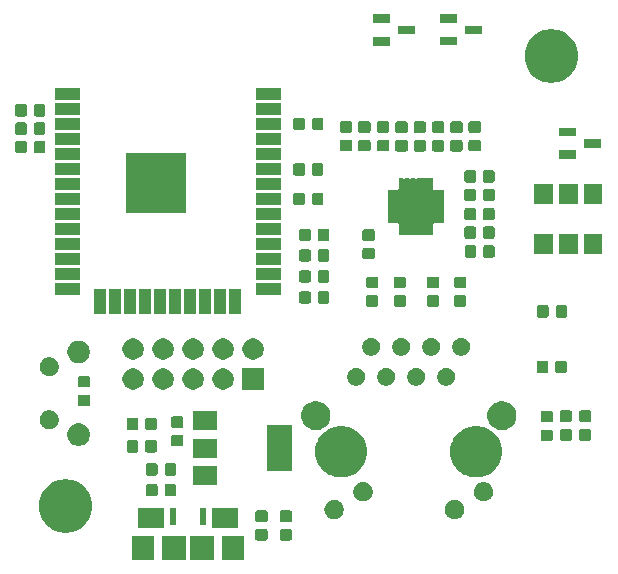
<source format=gbr>
G04 #@! TF.GenerationSoftware,KiCad,Pcbnew,(5.1.5)-3*
G04 #@! TF.CreationDate,2020-09-29T21:06:49-07:00*
G04 #@! TF.ProjectId,EsperDNS,45737065-7244-44e5-932e-6b696361645f,rev?*
G04 #@! TF.SameCoordinates,Original*
G04 #@! TF.FileFunction,Soldermask,Top*
G04 #@! TF.FilePolarity,Negative*
%FSLAX46Y46*%
G04 Gerber Fmt 4.6, Leading zero omitted, Abs format (unit mm)*
G04 Created by KiCad (PCBNEW (5.1.5)-3) date 2020-09-29 21:06:49*
%MOMM*%
%LPD*%
G04 APERTURE LIST*
%ADD10C,0.100000*%
G04 APERTURE END LIST*
D10*
G36*
X7001000Y-41501000D02*
G01*
X4999000Y-41501000D01*
X4999000Y-39499000D01*
X7001000Y-39499000D01*
X7001000Y-41501000D01*
G37*
G36*
X9401000Y-41501000D02*
G01*
X7399000Y-41501000D01*
X7399000Y-39499000D01*
X9401000Y-39499000D01*
X9401000Y-41501000D01*
G37*
G36*
X4351000Y-41501000D02*
G01*
X2449000Y-41501000D01*
X2449000Y-39499000D01*
X4351000Y-39499000D01*
X4351000Y-41501000D01*
G37*
G36*
X11951000Y-41501000D02*
G01*
X10049000Y-41501000D01*
X10049000Y-39499000D01*
X11951000Y-39499000D01*
X11951000Y-41501000D01*
G37*
G36*
X15879591Y-38903085D02*
G01*
X15913569Y-38913393D01*
X15944890Y-38930134D01*
X15972339Y-38952661D01*
X15994866Y-38980110D01*
X16011607Y-39011431D01*
X16021915Y-39045409D01*
X16026000Y-39086890D01*
X16026000Y-39688110D01*
X16021915Y-39729591D01*
X16011607Y-39763569D01*
X15994866Y-39794890D01*
X15972339Y-39822339D01*
X15944890Y-39844866D01*
X15913569Y-39861607D01*
X15879591Y-39871915D01*
X15838110Y-39876000D01*
X15161890Y-39876000D01*
X15120409Y-39871915D01*
X15086431Y-39861607D01*
X15055110Y-39844866D01*
X15027661Y-39822339D01*
X15005134Y-39794890D01*
X14988393Y-39763569D01*
X14978085Y-39729591D01*
X14974000Y-39688110D01*
X14974000Y-39086890D01*
X14978085Y-39045409D01*
X14988393Y-39011431D01*
X15005134Y-38980110D01*
X15027661Y-38952661D01*
X15055110Y-38930134D01*
X15086431Y-38913393D01*
X15120409Y-38903085D01*
X15161890Y-38899000D01*
X15838110Y-38899000D01*
X15879591Y-38903085D01*
G37*
G36*
X13804591Y-38903085D02*
G01*
X13838569Y-38913393D01*
X13869890Y-38930134D01*
X13897339Y-38952661D01*
X13919866Y-38980110D01*
X13936607Y-39011431D01*
X13946915Y-39045409D01*
X13951000Y-39086890D01*
X13951000Y-39688110D01*
X13946915Y-39729591D01*
X13936607Y-39763569D01*
X13919866Y-39794890D01*
X13897339Y-39822339D01*
X13869890Y-39844866D01*
X13838569Y-39861607D01*
X13804591Y-39871915D01*
X13763110Y-39876000D01*
X13086890Y-39876000D01*
X13045409Y-39871915D01*
X13011431Y-39861607D01*
X12980110Y-39844866D01*
X12952661Y-39822339D01*
X12930134Y-39794890D01*
X12913393Y-39763569D01*
X12903085Y-39729591D01*
X12899000Y-39688110D01*
X12899000Y-39086890D01*
X12903085Y-39045409D01*
X12913393Y-39011431D01*
X12930134Y-38980110D01*
X12952661Y-38952661D01*
X12980110Y-38930134D01*
X13011431Y-38913393D01*
X13045409Y-38903085D01*
X13086890Y-38899000D01*
X13763110Y-38899000D01*
X13804591Y-38903085D01*
G37*
G36*
X-2874120Y-34709776D02*
G01*
X-2493407Y-34785504D01*
X-2083751Y-34955189D01*
X-1715071Y-35201534D01*
X-1401534Y-35515071D01*
X-1155189Y-35883751D01*
X-985504Y-36293407D01*
X-899000Y-36728296D01*
X-899000Y-37171704D01*
X-985504Y-37606593D01*
X-1155189Y-38016249D01*
X-1401534Y-38384929D01*
X-1715071Y-38698466D01*
X-2083751Y-38944811D01*
X-2493407Y-39114496D01*
X-2874120Y-39190224D01*
X-2928295Y-39201000D01*
X-3371705Y-39201000D01*
X-3425880Y-39190224D01*
X-3806593Y-39114496D01*
X-4216249Y-38944811D01*
X-4584929Y-38698466D01*
X-4898466Y-38384929D01*
X-5144811Y-38016249D01*
X-5314496Y-37606593D01*
X-5401000Y-37171704D01*
X-5401000Y-36728296D01*
X-5314496Y-36293407D01*
X-5144811Y-35883751D01*
X-4898466Y-35515071D01*
X-4584929Y-35201534D01*
X-4216249Y-34955189D01*
X-3806593Y-34785504D01*
X-3425880Y-34709776D01*
X-3371705Y-34699000D01*
X-2928295Y-34699000D01*
X-2874120Y-34709776D01*
G37*
G36*
X5201000Y-38801000D02*
G01*
X2999000Y-38801000D01*
X2999000Y-37099000D01*
X5201000Y-37099000D01*
X5201000Y-38801000D01*
G37*
G36*
X11401000Y-38801000D02*
G01*
X9199000Y-38801000D01*
X9199000Y-37099000D01*
X11401000Y-37099000D01*
X11401000Y-38801000D01*
G37*
G36*
X8751000Y-38551000D02*
G01*
X8249000Y-38551000D01*
X8249000Y-37099000D01*
X8751000Y-37099000D01*
X8751000Y-38551000D01*
G37*
G36*
X6151000Y-38551000D02*
G01*
X5649000Y-38551000D01*
X5649000Y-37099000D01*
X6151000Y-37099000D01*
X6151000Y-38551000D01*
G37*
G36*
X13804591Y-37328085D02*
G01*
X13838569Y-37338393D01*
X13869890Y-37355134D01*
X13897339Y-37377661D01*
X13919866Y-37405110D01*
X13936607Y-37436431D01*
X13946915Y-37470409D01*
X13951000Y-37511890D01*
X13951000Y-38113110D01*
X13946915Y-38154591D01*
X13936607Y-38188569D01*
X13919866Y-38219890D01*
X13897339Y-38247339D01*
X13869890Y-38269866D01*
X13838569Y-38286607D01*
X13804591Y-38296915D01*
X13763110Y-38301000D01*
X13086890Y-38301000D01*
X13045409Y-38296915D01*
X13011431Y-38286607D01*
X12980110Y-38269866D01*
X12952661Y-38247339D01*
X12930134Y-38219890D01*
X12913393Y-38188569D01*
X12903085Y-38154591D01*
X12899000Y-38113110D01*
X12899000Y-37511890D01*
X12903085Y-37470409D01*
X12913393Y-37436431D01*
X12930134Y-37405110D01*
X12952661Y-37377661D01*
X12980110Y-37355134D01*
X13011431Y-37338393D01*
X13045409Y-37328085D01*
X13086890Y-37324000D01*
X13763110Y-37324000D01*
X13804591Y-37328085D01*
G37*
G36*
X15879591Y-37328085D02*
G01*
X15913569Y-37338393D01*
X15944890Y-37355134D01*
X15972339Y-37377661D01*
X15994866Y-37405110D01*
X16011607Y-37436431D01*
X16021915Y-37470409D01*
X16026000Y-37511890D01*
X16026000Y-38113110D01*
X16021915Y-38154591D01*
X16011607Y-38188569D01*
X15994866Y-38219890D01*
X15972339Y-38247339D01*
X15944890Y-38269866D01*
X15913569Y-38286607D01*
X15879591Y-38296915D01*
X15838110Y-38301000D01*
X15161890Y-38301000D01*
X15120409Y-38296915D01*
X15086431Y-38286607D01*
X15055110Y-38269866D01*
X15027661Y-38247339D01*
X15005134Y-38219890D01*
X14988393Y-38188569D01*
X14978085Y-38154591D01*
X14974000Y-38113110D01*
X14974000Y-37511890D01*
X14978085Y-37470409D01*
X14988393Y-37436431D01*
X15005134Y-37405110D01*
X15027661Y-37377661D01*
X15055110Y-37355134D01*
X15086431Y-37338393D01*
X15120409Y-37328085D01*
X15161890Y-37324000D01*
X15838110Y-37324000D01*
X15879591Y-37328085D01*
G37*
G36*
X19813017Y-36465358D02*
G01*
X19961521Y-36526870D01*
X19961522Y-36526871D01*
X20095167Y-36616169D01*
X20208831Y-36729833D01*
X20275805Y-36830067D01*
X20298130Y-36863479D01*
X20359642Y-37011983D01*
X20391000Y-37169630D01*
X20391000Y-37330370D01*
X20359642Y-37488017D01*
X20349753Y-37511890D01*
X20298130Y-37636521D01*
X20298129Y-37636522D01*
X20208831Y-37770167D01*
X20095167Y-37883831D01*
X19994933Y-37950804D01*
X19961521Y-37973130D01*
X19887270Y-38003885D01*
X19813017Y-38034642D01*
X19655370Y-38066000D01*
X19494630Y-38066000D01*
X19336983Y-38034642D01*
X19262730Y-38003885D01*
X19188479Y-37973130D01*
X19155067Y-37950804D01*
X19054833Y-37883831D01*
X18941169Y-37770167D01*
X18851871Y-37636522D01*
X18851870Y-37636521D01*
X18800247Y-37511890D01*
X18790358Y-37488017D01*
X18759000Y-37330370D01*
X18759000Y-37169630D01*
X18790358Y-37011983D01*
X18851870Y-36863479D01*
X18874196Y-36830067D01*
X18941169Y-36729833D01*
X19054833Y-36616169D01*
X19188478Y-36526871D01*
X19188479Y-36526870D01*
X19336983Y-36465358D01*
X19494630Y-36434000D01*
X19655370Y-36434000D01*
X19813017Y-36465358D01*
G37*
G36*
X30013017Y-36465358D02*
G01*
X30161521Y-36526870D01*
X30161522Y-36526871D01*
X30295167Y-36616169D01*
X30408831Y-36729833D01*
X30475805Y-36830067D01*
X30498130Y-36863479D01*
X30559642Y-37011983D01*
X30591000Y-37169630D01*
X30591000Y-37330370D01*
X30559642Y-37488017D01*
X30549753Y-37511890D01*
X30498130Y-37636521D01*
X30498129Y-37636522D01*
X30408831Y-37770167D01*
X30295167Y-37883831D01*
X30194933Y-37950804D01*
X30161521Y-37973130D01*
X30087270Y-38003885D01*
X30013017Y-38034642D01*
X29855370Y-38066000D01*
X29694630Y-38066000D01*
X29536983Y-38034642D01*
X29462730Y-38003885D01*
X29388479Y-37973130D01*
X29355067Y-37950804D01*
X29254833Y-37883831D01*
X29141169Y-37770167D01*
X29051871Y-37636522D01*
X29051870Y-37636521D01*
X29000247Y-37511890D01*
X28990358Y-37488017D01*
X28959000Y-37330370D01*
X28959000Y-37169630D01*
X28990358Y-37011983D01*
X29051870Y-36863479D01*
X29074196Y-36830067D01*
X29141169Y-36729833D01*
X29254833Y-36616169D01*
X29388478Y-36526871D01*
X29388479Y-36526870D01*
X29536983Y-36465358D01*
X29694630Y-36434000D01*
X29855370Y-36434000D01*
X30013017Y-36465358D01*
G37*
G36*
X32463017Y-34945358D02*
G01*
X32537270Y-34976115D01*
X32611521Y-35006870D01*
X32611522Y-35006871D01*
X32745167Y-35096169D01*
X32858831Y-35209833D01*
X32893614Y-35261890D01*
X32948130Y-35343479D01*
X32978885Y-35417730D01*
X33009642Y-35491983D01*
X33041000Y-35649630D01*
X33041000Y-35810370D01*
X33009642Y-35968017D01*
X32989167Y-36017448D01*
X32948130Y-36116521D01*
X32948129Y-36116522D01*
X32858831Y-36250167D01*
X32745167Y-36363831D01*
X32644933Y-36430804D01*
X32611521Y-36453130D01*
X32537270Y-36483885D01*
X32463017Y-36514642D01*
X32305370Y-36546000D01*
X32144630Y-36546000D01*
X31986983Y-36514642D01*
X31912730Y-36483885D01*
X31838479Y-36453130D01*
X31805067Y-36430804D01*
X31704833Y-36363831D01*
X31591169Y-36250167D01*
X31501871Y-36116522D01*
X31501870Y-36116521D01*
X31460833Y-36017448D01*
X31440358Y-35968017D01*
X31409000Y-35810370D01*
X31409000Y-35649630D01*
X31440358Y-35491983D01*
X31471115Y-35417730D01*
X31501870Y-35343479D01*
X31556386Y-35261890D01*
X31591169Y-35209833D01*
X31704833Y-35096169D01*
X31838478Y-35006871D01*
X31838479Y-35006870D01*
X31912730Y-34976115D01*
X31986983Y-34945358D01*
X32144630Y-34914000D01*
X32305370Y-34914000D01*
X32463017Y-34945358D01*
G37*
G36*
X22263017Y-34945358D02*
G01*
X22337270Y-34976115D01*
X22411521Y-35006870D01*
X22411522Y-35006871D01*
X22545167Y-35096169D01*
X22658831Y-35209833D01*
X22693614Y-35261890D01*
X22748130Y-35343479D01*
X22778885Y-35417730D01*
X22809642Y-35491983D01*
X22841000Y-35649630D01*
X22841000Y-35810370D01*
X22809642Y-35968017D01*
X22789167Y-36017448D01*
X22748130Y-36116521D01*
X22748129Y-36116522D01*
X22658831Y-36250167D01*
X22545167Y-36363831D01*
X22444933Y-36430804D01*
X22411521Y-36453130D01*
X22337270Y-36483885D01*
X22263017Y-36514642D01*
X22105370Y-36546000D01*
X21944630Y-36546000D01*
X21786983Y-36514642D01*
X21712730Y-36483885D01*
X21638479Y-36453130D01*
X21605067Y-36430804D01*
X21504833Y-36363831D01*
X21391169Y-36250167D01*
X21301871Y-36116522D01*
X21301870Y-36116521D01*
X21260833Y-36017448D01*
X21240358Y-35968017D01*
X21209000Y-35810370D01*
X21209000Y-35649630D01*
X21240358Y-35491983D01*
X21271115Y-35417730D01*
X21301870Y-35343479D01*
X21356386Y-35261890D01*
X21391169Y-35209833D01*
X21504833Y-35096169D01*
X21638478Y-35006871D01*
X21638479Y-35006870D01*
X21712730Y-34976115D01*
X21786983Y-34945358D01*
X21944630Y-34914000D01*
X22105370Y-34914000D01*
X22263017Y-34945358D01*
G37*
G36*
X6054591Y-35078085D02*
G01*
X6088569Y-35088393D01*
X6119890Y-35105134D01*
X6147339Y-35127661D01*
X6169866Y-35155110D01*
X6186607Y-35186431D01*
X6196915Y-35220409D01*
X6201000Y-35261890D01*
X6201000Y-35938110D01*
X6196915Y-35979591D01*
X6186607Y-36013569D01*
X6169866Y-36044890D01*
X6147339Y-36072339D01*
X6119890Y-36094866D01*
X6088569Y-36111607D01*
X6054591Y-36121915D01*
X6013110Y-36126000D01*
X5411890Y-36126000D01*
X5370409Y-36121915D01*
X5336431Y-36111607D01*
X5305110Y-36094866D01*
X5277661Y-36072339D01*
X5255134Y-36044890D01*
X5238393Y-36013569D01*
X5228085Y-35979591D01*
X5224000Y-35938110D01*
X5224000Y-35261890D01*
X5228085Y-35220409D01*
X5238393Y-35186431D01*
X5255134Y-35155110D01*
X5277661Y-35127661D01*
X5305110Y-35105134D01*
X5336431Y-35088393D01*
X5370409Y-35078085D01*
X5411890Y-35074000D01*
X6013110Y-35074000D01*
X6054591Y-35078085D01*
G37*
G36*
X4479591Y-35078085D02*
G01*
X4513569Y-35088393D01*
X4544890Y-35105134D01*
X4572339Y-35127661D01*
X4594866Y-35155110D01*
X4611607Y-35186431D01*
X4621915Y-35220409D01*
X4626000Y-35261890D01*
X4626000Y-35938110D01*
X4621915Y-35979591D01*
X4611607Y-36013569D01*
X4594866Y-36044890D01*
X4572339Y-36072339D01*
X4544890Y-36094866D01*
X4513569Y-36111607D01*
X4479591Y-36121915D01*
X4438110Y-36126000D01*
X3836890Y-36126000D01*
X3795409Y-36121915D01*
X3761431Y-36111607D01*
X3730110Y-36094866D01*
X3702661Y-36072339D01*
X3680134Y-36044890D01*
X3663393Y-36013569D01*
X3653085Y-35979591D01*
X3649000Y-35938110D01*
X3649000Y-35261890D01*
X3653085Y-35220409D01*
X3663393Y-35186431D01*
X3680134Y-35155110D01*
X3702661Y-35127661D01*
X3730110Y-35105134D01*
X3761431Y-35088393D01*
X3795409Y-35078085D01*
X3836890Y-35074000D01*
X4438110Y-35074000D01*
X4479591Y-35078085D01*
G37*
G36*
X9701000Y-35151000D02*
G01*
X7599000Y-35151000D01*
X7599000Y-33549000D01*
X9701000Y-33549000D01*
X9701000Y-35151000D01*
G37*
G36*
X20681401Y-30221953D02*
G01*
X20822049Y-30249930D01*
X21013908Y-30329401D01*
X21217108Y-30413569D01*
X21219512Y-30414565D01*
X21577219Y-30653577D01*
X21881423Y-30957781D01*
X22120435Y-31315488D01*
X22120436Y-31315490D01*
X22161586Y-31414836D01*
X22285070Y-31712951D01*
X22369000Y-32134895D01*
X22369000Y-32565105D01*
X22285070Y-32987049D01*
X22120435Y-33384512D01*
X21881423Y-33742219D01*
X21577219Y-34046423D01*
X21219512Y-34285435D01*
X21219511Y-34285436D01*
X21219510Y-34285436D01*
X21130418Y-34322339D01*
X20822049Y-34450070D01*
X20681401Y-34478047D01*
X20400107Y-34534000D01*
X19969893Y-34534000D01*
X19688599Y-34478047D01*
X19547951Y-34450070D01*
X19239582Y-34322339D01*
X19150490Y-34285436D01*
X19150489Y-34285436D01*
X19150488Y-34285435D01*
X18792781Y-34046423D01*
X18488577Y-33742219D01*
X18249565Y-33384512D01*
X18084930Y-32987049D01*
X18001000Y-32565105D01*
X18001000Y-32134895D01*
X18084930Y-31712951D01*
X18208414Y-31414836D01*
X18249564Y-31315490D01*
X18249565Y-31315488D01*
X18488577Y-30957781D01*
X18792781Y-30653577D01*
X19150488Y-30414565D01*
X19152893Y-30413569D01*
X19356092Y-30329401D01*
X19547951Y-30249930D01*
X19688599Y-30221953D01*
X19969893Y-30166000D01*
X20400107Y-30166000D01*
X20681401Y-30221953D01*
G37*
G36*
X32111401Y-30221953D02*
G01*
X32252049Y-30249930D01*
X32443908Y-30329401D01*
X32647108Y-30413569D01*
X32649512Y-30414565D01*
X33007219Y-30653577D01*
X33311423Y-30957781D01*
X33550435Y-31315488D01*
X33550436Y-31315490D01*
X33591586Y-31414836D01*
X33715070Y-31712951D01*
X33799000Y-32134895D01*
X33799000Y-32565105D01*
X33715070Y-32987049D01*
X33550435Y-33384512D01*
X33311423Y-33742219D01*
X33007219Y-34046423D01*
X32649512Y-34285435D01*
X32649511Y-34285436D01*
X32649510Y-34285436D01*
X32560418Y-34322339D01*
X32252049Y-34450070D01*
X32111401Y-34478047D01*
X31830107Y-34534000D01*
X31399893Y-34534000D01*
X31118599Y-34478047D01*
X30977951Y-34450070D01*
X30669582Y-34322339D01*
X30580490Y-34285436D01*
X30580489Y-34285436D01*
X30580488Y-34285435D01*
X30222781Y-34046423D01*
X29918577Y-33742219D01*
X29679565Y-33384512D01*
X29514930Y-32987049D01*
X29431000Y-32565105D01*
X29431000Y-32134895D01*
X29514930Y-31712951D01*
X29638414Y-31414836D01*
X29679564Y-31315490D01*
X29679565Y-31315488D01*
X29918577Y-30957781D01*
X30222781Y-30653577D01*
X30580488Y-30414565D01*
X30582893Y-30413569D01*
X30786092Y-30329401D01*
X30977951Y-30249930D01*
X31118599Y-30221953D01*
X31399893Y-30166000D01*
X31830107Y-30166000D01*
X32111401Y-30221953D01*
G37*
G36*
X6054591Y-33328085D02*
G01*
X6088569Y-33338393D01*
X6119890Y-33355134D01*
X6147339Y-33377661D01*
X6169866Y-33405110D01*
X6186607Y-33436431D01*
X6196915Y-33470409D01*
X6201000Y-33511890D01*
X6201000Y-34188110D01*
X6196915Y-34229591D01*
X6186607Y-34263569D01*
X6169866Y-34294890D01*
X6147339Y-34322339D01*
X6119890Y-34344866D01*
X6088569Y-34361607D01*
X6054591Y-34371915D01*
X6013110Y-34376000D01*
X5411890Y-34376000D01*
X5370409Y-34371915D01*
X5336431Y-34361607D01*
X5305110Y-34344866D01*
X5277661Y-34322339D01*
X5255134Y-34294890D01*
X5238393Y-34263569D01*
X5228085Y-34229591D01*
X5224000Y-34188110D01*
X5224000Y-33511890D01*
X5228085Y-33470409D01*
X5238393Y-33436431D01*
X5255134Y-33405110D01*
X5277661Y-33377661D01*
X5305110Y-33355134D01*
X5336431Y-33338393D01*
X5370409Y-33328085D01*
X5411890Y-33324000D01*
X6013110Y-33324000D01*
X6054591Y-33328085D01*
G37*
G36*
X4479591Y-33328085D02*
G01*
X4513569Y-33338393D01*
X4544890Y-33355134D01*
X4572339Y-33377661D01*
X4594866Y-33405110D01*
X4611607Y-33436431D01*
X4621915Y-33470409D01*
X4626000Y-33511890D01*
X4626000Y-34188110D01*
X4621915Y-34229591D01*
X4611607Y-34263569D01*
X4594866Y-34294890D01*
X4572339Y-34322339D01*
X4544890Y-34344866D01*
X4513569Y-34361607D01*
X4479591Y-34371915D01*
X4438110Y-34376000D01*
X3836890Y-34376000D01*
X3795409Y-34371915D01*
X3761431Y-34361607D01*
X3730110Y-34344866D01*
X3702661Y-34322339D01*
X3680134Y-34294890D01*
X3663393Y-34263569D01*
X3653085Y-34229591D01*
X3649000Y-34188110D01*
X3649000Y-33511890D01*
X3653085Y-33470409D01*
X3663393Y-33436431D01*
X3680134Y-33405110D01*
X3702661Y-33377661D01*
X3730110Y-33355134D01*
X3761431Y-33338393D01*
X3795409Y-33328085D01*
X3836890Y-33324000D01*
X4438110Y-33324000D01*
X4479591Y-33328085D01*
G37*
G36*
X16001000Y-34001000D02*
G01*
X13899000Y-34001000D01*
X13899000Y-30099000D01*
X16001000Y-30099000D01*
X16001000Y-34001000D01*
G37*
G36*
X9701000Y-32851000D02*
G01*
X7599000Y-32851000D01*
X7599000Y-31249000D01*
X9701000Y-31249000D01*
X9701000Y-32851000D01*
G37*
G36*
X4417091Y-31378085D02*
G01*
X4451069Y-31388393D01*
X4482390Y-31405134D01*
X4509839Y-31427661D01*
X4532366Y-31455110D01*
X4549107Y-31486431D01*
X4559415Y-31520409D01*
X4563500Y-31561890D01*
X4563500Y-32238110D01*
X4559415Y-32279591D01*
X4549107Y-32313569D01*
X4532366Y-32344890D01*
X4509839Y-32372339D01*
X4482390Y-32394866D01*
X4451069Y-32411607D01*
X4417091Y-32421915D01*
X4375610Y-32426000D01*
X3774390Y-32426000D01*
X3732909Y-32421915D01*
X3698931Y-32411607D01*
X3667610Y-32394866D01*
X3640161Y-32372339D01*
X3617634Y-32344890D01*
X3600893Y-32313569D01*
X3590585Y-32279591D01*
X3586500Y-32238110D01*
X3586500Y-31561890D01*
X3590585Y-31520409D01*
X3600893Y-31486431D01*
X3617634Y-31455110D01*
X3640161Y-31427661D01*
X3667610Y-31405134D01*
X3698931Y-31388393D01*
X3732909Y-31378085D01*
X3774390Y-31374000D01*
X4375610Y-31374000D01*
X4417091Y-31378085D01*
G37*
G36*
X2842091Y-31378085D02*
G01*
X2876069Y-31388393D01*
X2907390Y-31405134D01*
X2934839Y-31427661D01*
X2957366Y-31455110D01*
X2974107Y-31486431D01*
X2984415Y-31520409D01*
X2988500Y-31561890D01*
X2988500Y-32238110D01*
X2984415Y-32279591D01*
X2974107Y-32313569D01*
X2957366Y-32344890D01*
X2934839Y-32372339D01*
X2907390Y-32394866D01*
X2876069Y-32411607D01*
X2842091Y-32421915D01*
X2800610Y-32426000D01*
X2199390Y-32426000D01*
X2157909Y-32421915D01*
X2123931Y-32411607D01*
X2092610Y-32394866D01*
X2065161Y-32372339D01*
X2042634Y-32344890D01*
X2025893Y-32313569D01*
X2015585Y-32279591D01*
X2011500Y-32238110D01*
X2011500Y-31561890D01*
X2015585Y-31520409D01*
X2025893Y-31486431D01*
X2042634Y-31455110D01*
X2065161Y-31427661D01*
X2092610Y-31405134D01*
X2123931Y-31388393D01*
X2157909Y-31378085D01*
X2199390Y-31374000D01*
X2800610Y-31374000D01*
X2842091Y-31378085D01*
G37*
G36*
X6679591Y-30940585D02*
G01*
X6713569Y-30950893D01*
X6744890Y-30967634D01*
X6772339Y-30990161D01*
X6794866Y-31017610D01*
X6811607Y-31048931D01*
X6821915Y-31082909D01*
X6826000Y-31124390D01*
X6826000Y-31725610D01*
X6821915Y-31767091D01*
X6811607Y-31801069D01*
X6794866Y-31832390D01*
X6772339Y-31859839D01*
X6744890Y-31882366D01*
X6713569Y-31899107D01*
X6679591Y-31909415D01*
X6638110Y-31913500D01*
X5961890Y-31913500D01*
X5920409Y-31909415D01*
X5886431Y-31899107D01*
X5855110Y-31882366D01*
X5827661Y-31859839D01*
X5805134Y-31832390D01*
X5788393Y-31801069D01*
X5778085Y-31767091D01*
X5774000Y-31725610D01*
X5774000Y-31124390D01*
X5778085Y-31082909D01*
X5788393Y-31048931D01*
X5805134Y-31017610D01*
X5827661Y-30990161D01*
X5855110Y-30967634D01*
X5886431Y-30950893D01*
X5920409Y-30940585D01*
X5961890Y-30936500D01*
X6638110Y-30936500D01*
X6679591Y-30940585D01*
G37*
G36*
X-1781809Y-29988912D02*
G01*
X-1684820Y-30029086D01*
X-1608428Y-30060729D01*
X-1452390Y-30164990D01*
X-1319690Y-30297690D01*
X-1218994Y-30448393D01*
X-1215428Y-30453730D01*
X-1143612Y-30627109D01*
X-1107001Y-30811167D01*
X-1107001Y-30998835D01*
X-1143612Y-31182893D01*
X-1177452Y-31264591D01*
X-1215429Y-31356274D01*
X-1319690Y-31512312D01*
X-1452390Y-31645012D01*
X-1608428Y-31749273D01*
X-1608429Y-31749274D01*
X-1608430Y-31749274D01*
X-1781809Y-31821090D01*
X-1965867Y-31857701D01*
X-2153535Y-31857701D01*
X-2337593Y-31821090D01*
X-2510972Y-31749274D01*
X-2510973Y-31749274D01*
X-2510974Y-31749273D01*
X-2667012Y-31645012D01*
X-2799712Y-31512312D01*
X-2903973Y-31356274D01*
X-2941949Y-31264591D01*
X-2975790Y-31182893D01*
X-3012401Y-30998835D01*
X-3012401Y-30811167D01*
X-2975790Y-30627109D01*
X-2903974Y-30453730D01*
X-2900408Y-30448393D01*
X-2799712Y-30297690D01*
X-2667012Y-30164990D01*
X-2510974Y-30060729D01*
X-2434581Y-30029086D01*
X-2337593Y-29988912D01*
X-2153535Y-29952301D01*
X-1965867Y-29952301D01*
X-1781809Y-29988912D01*
G37*
G36*
X37959591Y-30483085D02*
G01*
X37993569Y-30493393D01*
X38024890Y-30510134D01*
X38052339Y-30532661D01*
X38074866Y-30560110D01*
X38091607Y-30591431D01*
X38101915Y-30625409D01*
X38106000Y-30666890D01*
X38106000Y-31268110D01*
X38101915Y-31309591D01*
X38091607Y-31343569D01*
X38074866Y-31374890D01*
X38052339Y-31402339D01*
X38024890Y-31424866D01*
X37993569Y-31441607D01*
X37959591Y-31451915D01*
X37918110Y-31456000D01*
X37241890Y-31456000D01*
X37200409Y-31451915D01*
X37166431Y-31441607D01*
X37135110Y-31424866D01*
X37107661Y-31402339D01*
X37085134Y-31374890D01*
X37068393Y-31343569D01*
X37058085Y-31309591D01*
X37054000Y-31268110D01*
X37054000Y-30666890D01*
X37058085Y-30625409D01*
X37068393Y-30591431D01*
X37085134Y-30560110D01*
X37107661Y-30532661D01*
X37135110Y-30510134D01*
X37166431Y-30493393D01*
X37200409Y-30483085D01*
X37241890Y-30479000D01*
X37918110Y-30479000D01*
X37959591Y-30483085D01*
G37*
G36*
X39584591Y-30438085D02*
G01*
X39618569Y-30448393D01*
X39649890Y-30465134D01*
X39677339Y-30487661D01*
X39699866Y-30515110D01*
X39716607Y-30546431D01*
X39726915Y-30580409D01*
X39731000Y-30621890D01*
X39731000Y-31223110D01*
X39726915Y-31264591D01*
X39716607Y-31298569D01*
X39699866Y-31329890D01*
X39677339Y-31357339D01*
X39649890Y-31379866D01*
X39618569Y-31396607D01*
X39584591Y-31406915D01*
X39543110Y-31411000D01*
X38866890Y-31411000D01*
X38825409Y-31406915D01*
X38791431Y-31396607D01*
X38760110Y-31379866D01*
X38732661Y-31357339D01*
X38710134Y-31329890D01*
X38693393Y-31298569D01*
X38683085Y-31264591D01*
X38679000Y-31223110D01*
X38679000Y-30621890D01*
X38683085Y-30580409D01*
X38693393Y-30546431D01*
X38710134Y-30515110D01*
X38732661Y-30487661D01*
X38760110Y-30465134D01*
X38791431Y-30448393D01*
X38825409Y-30438085D01*
X38866890Y-30434000D01*
X39543110Y-30434000D01*
X39584591Y-30438085D01*
G37*
G36*
X41209591Y-30438085D02*
G01*
X41243569Y-30448393D01*
X41274890Y-30465134D01*
X41302339Y-30487661D01*
X41324866Y-30515110D01*
X41341607Y-30546431D01*
X41351915Y-30580409D01*
X41356000Y-30621890D01*
X41356000Y-31223110D01*
X41351915Y-31264591D01*
X41341607Y-31298569D01*
X41324866Y-31329890D01*
X41302339Y-31357339D01*
X41274890Y-31379866D01*
X41243569Y-31396607D01*
X41209591Y-31406915D01*
X41168110Y-31411000D01*
X40491890Y-31411000D01*
X40450409Y-31406915D01*
X40416431Y-31396607D01*
X40385110Y-31379866D01*
X40357661Y-31357339D01*
X40335134Y-31329890D01*
X40318393Y-31298569D01*
X40308085Y-31264591D01*
X40304000Y-31223110D01*
X40304000Y-30621890D01*
X40308085Y-30580409D01*
X40318393Y-30546431D01*
X40335134Y-30515110D01*
X40357661Y-30487661D01*
X40385110Y-30465134D01*
X40416431Y-30448393D01*
X40450409Y-30438085D01*
X40491890Y-30434000D01*
X41168110Y-30434000D01*
X41209591Y-30438085D01*
G37*
G36*
X9701000Y-30551000D02*
G01*
X7599000Y-30551000D01*
X7599000Y-28949000D01*
X9701000Y-28949000D01*
X9701000Y-30551000D01*
G37*
G36*
X18383339Y-28118710D02*
G01*
X18606911Y-28211317D01*
X18606913Y-28211318D01*
X18808123Y-28345762D01*
X18979238Y-28516877D01*
X19113682Y-28718087D01*
X19113683Y-28718089D01*
X19206290Y-28941661D01*
X19253500Y-29179002D01*
X19253500Y-29420998D01*
X19206290Y-29658339D01*
X19121761Y-29862408D01*
X19113682Y-29881913D01*
X18979238Y-30083123D01*
X18808123Y-30254238D01*
X18606913Y-30388682D01*
X18606912Y-30388683D01*
X18606911Y-30388683D01*
X18383339Y-30481290D01*
X18145998Y-30528500D01*
X17904002Y-30528500D01*
X17666661Y-30481290D01*
X17443089Y-30388683D01*
X17443088Y-30388683D01*
X17443087Y-30388682D01*
X17241877Y-30254238D01*
X17070762Y-30083123D01*
X16936318Y-29881913D01*
X16928239Y-29862408D01*
X16843710Y-29658339D01*
X16796500Y-29420998D01*
X16796500Y-29179002D01*
X16843710Y-28941661D01*
X16936317Y-28718089D01*
X16936318Y-28718087D01*
X17070762Y-28516877D01*
X17241877Y-28345762D01*
X17443087Y-28211318D01*
X17443089Y-28211317D01*
X17666661Y-28118710D01*
X17904002Y-28071500D01*
X18145998Y-28071500D01*
X18383339Y-28118710D01*
G37*
G36*
X34133339Y-28118710D02*
G01*
X34356911Y-28211317D01*
X34356913Y-28211318D01*
X34558123Y-28345762D01*
X34729238Y-28516877D01*
X34863682Y-28718087D01*
X34863683Y-28718089D01*
X34956290Y-28941661D01*
X35003500Y-29179002D01*
X35003500Y-29420998D01*
X34956290Y-29658339D01*
X34871761Y-29862408D01*
X34863682Y-29881913D01*
X34729238Y-30083123D01*
X34558123Y-30254238D01*
X34356913Y-30388682D01*
X34356912Y-30388683D01*
X34356911Y-30388683D01*
X34133339Y-30481290D01*
X33895998Y-30528500D01*
X33654002Y-30528500D01*
X33416661Y-30481290D01*
X33193089Y-30388683D01*
X33193088Y-30388683D01*
X33193087Y-30388682D01*
X32991877Y-30254238D01*
X32820762Y-30083123D01*
X32686318Y-29881913D01*
X32678239Y-29862408D01*
X32593710Y-29658339D01*
X32546500Y-29420998D01*
X32546500Y-29179002D01*
X32593710Y-28941661D01*
X32686317Y-28718089D01*
X32686318Y-28718087D01*
X32820762Y-28516877D01*
X32991877Y-28345762D01*
X33193087Y-28211318D01*
X33193089Y-28211317D01*
X33416661Y-28118710D01*
X33654002Y-28071500D01*
X33895998Y-28071500D01*
X34133339Y-28118710D01*
G37*
G36*
X4417091Y-29478085D02*
G01*
X4451069Y-29488393D01*
X4482390Y-29505134D01*
X4509839Y-29527661D01*
X4532366Y-29555110D01*
X4549107Y-29586431D01*
X4559415Y-29620409D01*
X4563500Y-29661890D01*
X4563500Y-30338110D01*
X4559415Y-30379591D01*
X4549107Y-30413569D01*
X4532366Y-30444890D01*
X4509839Y-30472339D01*
X4482390Y-30494866D01*
X4451069Y-30511607D01*
X4417091Y-30521915D01*
X4375610Y-30526000D01*
X3774390Y-30526000D01*
X3732909Y-30521915D01*
X3698931Y-30511607D01*
X3667610Y-30494866D01*
X3640161Y-30472339D01*
X3617634Y-30444890D01*
X3600893Y-30413569D01*
X3590585Y-30379591D01*
X3586500Y-30338110D01*
X3586500Y-29661890D01*
X3590585Y-29620409D01*
X3600893Y-29586431D01*
X3617634Y-29555110D01*
X3640161Y-29527661D01*
X3667610Y-29505134D01*
X3698931Y-29488393D01*
X3732909Y-29478085D01*
X3774390Y-29474000D01*
X4375610Y-29474000D01*
X4417091Y-29478085D01*
G37*
G36*
X2842091Y-29478085D02*
G01*
X2876069Y-29488393D01*
X2907390Y-29505134D01*
X2934839Y-29527661D01*
X2957366Y-29555110D01*
X2974107Y-29586431D01*
X2984415Y-29620409D01*
X2988500Y-29661890D01*
X2988500Y-30338110D01*
X2984415Y-30379591D01*
X2974107Y-30413569D01*
X2957366Y-30444890D01*
X2934839Y-30472339D01*
X2907390Y-30494866D01*
X2876069Y-30511607D01*
X2842091Y-30521915D01*
X2800610Y-30526000D01*
X2199390Y-30526000D01*
X2157909Y-30521915D01*
X2123931Y-30511607D01*
X2092610Y-30494866D01*
X2065161Y-30472339D01*
X2042634Y-30444890D01*
X2025893Y-30413569D01*
X2015585Y-30379591D01*
X2011500Y-30338110D01*
X2011500Y-29661890D01*
X2015585Y-29620409D01*
X2025893Y-29586431D01*
X2042634Y-29555110D01*
X2065161Y-29527661D01*
X2092610Y-29505134D01*
X2123931Y-29488393D01*
X2157909Y-29478085D01*
X2199390Y-29474000D01*
X2800610Y-29474000D01*
X2842091Y-29478085D01*
G37*
G36*
X-4403891Y-28863085D02*
G01*
X-4316561Y-28880456D01*
X-4259722Y-28904000D01*
X-4170915Y-28940785D01*
X-4039841Y-29028365D01*
X-3928364Y-29139842D01*
X-3840784Y-29270916D01*
X-3840784Y-29270917D01*
X-3781035Y-29415161D01*
X-3780455Y-29416563D01*
X-3749700Y-29571177D01*
X-3749700Y-29728825D01*
X-3750847Y-29734591D01*
X-3776271Y-29862408D01*
X-3780455Y-29883439D01*
X-3840784Y-30029086D01*
X-3928364Y-30160160D01*
X-4039841Y-30271637D01*
X-4170915Y-30359217D01*
X-4209550Y-30375220D01*
X-4316561Y-30419546D01*
X-4389226Y-30434000D01*
X-4471176Y-30450301D01*
X-4628824Y-30450301D01*
X-4710774Y-30434000D01*
X-4783439Y-30419546D01*
X-4890450Y-30375220D01*
X-4929085Y-30359217D01*
X-5060159Y-30271637D01*
X-5171636Y-30160160D01*
X-5259216Y-30029086D01*
X-5319545Y-29883439D01*
X-5323728Y-29862408D01*
X-5349153Y-29734591D01*
X-5350300Y-29728825D01*
X-5350300Y-29571177D01*
X-5319545Y-29416563D01*
X-5318964Y-29415161D01*
X-5259216Y-29270917D01*
X-5259216Y-29270916D01*
X-5171636Y-29139842D01*
X-5060159Y-29028365D01*
X-4929085Y-28940785D01*
X-4840278Y-28904000D01*
X-4783439Y-28880456D01*
X-4696109Y-28863085D01*
X-4628824Y-28849701D01*
X-4471176Y-28849701D01*
X-4403891Y-28863085D01*
G37*
G36*
X6679591Y-29365585D02*
G01*
X6713569Y-29375893D01*
X6744890Y-29392634D01*
X6772339Y-29415161D01*
X6794866Y-29442610D01*
X6811607Y-29473931D01*
X6821915Y-29507909D01*
X6826000Y-29549390D01*
X6826000Y-30150610D01*
X6821915Y-30192091D01*
X6811607Y-30226069D01*
X6794866Y-30257390D01*
X6772339Y-30284839D01*
X6744890Y-30307366D01*
X6713569Y-30324107D01*
X6679591Y-30334415D01*
X6638110Y-30338500D01*
X5961890Y-30338500D01*
X5920409Y-30334415D01*
X5886431Y-30324107D01*
X5855110Y-30307366D01*
X5827661Y-30284839D01*
X5805134Y-30257390D01*
X5788393Y-30226069D01*
X5778085Y-30192091D01*
X5774000Y-30150610D01*
X5774000Y-29549390D01*
X5778085Y-29507909D01*
X5788393Y-29473931D01*
X5805134Y-29442610D01*
X5827661Y-29415161D01*
X5855110Y-29392634D01*
X5886431Y-29375893D01*
X5920409Y-29365585D01*
X5961890Y-29361500D01*
X6638110Y-29361500D01*
X6679591Y-29365585D01*
G37*
G36*
X37959591Y-28908085D02*
G01*
X37993569Y-28918393D01*
X38024890Y-28935134D01*
X38052339Y-28957661D01*
X38074866Y-28985110D01*
X38091607Y-29016431D01*
X38101915Y-29050409D01*
X38106000Y-29091890D01*
X38106000Y-29693110D01*
X38101915Y-29734591D01*
X38091607Y-29768569D01*
X38074866Y-29799890D01*
X38052339Y-29827339D01*
X38024890Y-29849866D01*
X37993569Y-29866607D01*
X37959591Y-29876915D01*
X37918110Y-29881000D01*
X37241890Y-29881000D01*
X37200409Y-29876915D01*
X37166431Y-29866607D01*
X37135110Y-29849866D01*
X37107661Y-29827339D01*
X37085134Y-29799890D01*
X37068393Y-29768569D01*
X37058085Y-29734591D01*
X37054000Y-29693110D01*
X37054000Y-29091890D01*
X37058085Y-29050409D01*
X37068393Y-29016431D01*
X37085134Y-28985110D01*
X37107661Y-28957661D01*
X37135110Y-28935134D01*
X37166431Y-28918393D01*
X37200409Y-28908085D01*
X37241890Y-28904000D01*
X37918110Y-28904000D01*
X37959591Y-28908085D01*
G37*
G36*
X41209591Y-28863085D02*
G01*
X41243569Y-28873393D01*
X41274890Y-28890134D01*
X41302339Y-28912661D01*
X41324866Y-28940110D01*
X41341607Y-28971431D01*
X41351915Y-29005409D01*
X41356000Y-29046890D01*
X41356000Y-29648110D01*
X41351915Y-29689591D01*
X41341607Y-29723569D01*
X41324866Y-29754890D01*
X41302339Y-29782339D01*
X41274890Y-29804866D01*
X41243569Y-29821607D01*
X41209591Y-29831915D01*
X41168110Y-29836000D01*
X40491890Y-29836000D01*
X40450409Y-29831915D01*
X40416431Y-29821607D01*
X40385110Y-29804866D01*
X40357661Y-29782339D01*
X40335134Y-29754890D01*
X40318393Y-29723569D01*
X40308085Y-29689591D01*
X40304000Y-29648110D01*
X40304000Y-29046890D01*
X40308085Y-29005409D01*
X40318393Y-28971431D01*
X40335134Y-28940110D01*
X40357661Y-28912661D01*
X40385110Y-28890134D01*
X40416431Y-28873393D01*
X40450409Y-28863085D01*
X40491890Y-28859000D01*
X41168110Y-28859000D01*
X41209591Y-28863085D01*
G37*
G36*
X39584591Y-28863085D02*
G01*
X39618569Y-28873393D01*
X39649890Y-28890134D01*
X39677339Y-28912661D01*
X39699866Y-28940110D01*
X39716607Y-28971431D01*
X39726915Y-29005409D01*
X39731000Y-29046890D01*
X39731000Y-29648110D01*
X39726915Y-29689591D01*
X39716607Y-29723569D01*
X39699866Y-29754890D01*
X39677339Y-29782339D01*
X39649890Y-29804866D01*
X39618569Y-29821607D01*
X39584591Y-29831915D01*
X39543110Y-29836000D01*
X38866890Y-29836000D01*
X38825409Y-29831915D01*
X38791431Y-29821607D01*
X38760110Y-29804866D01*
X38732661Y-29782339D01*
X38710134Y-29754890D01*
X38693393Y-29723569D01*
X38683085Y-29689591D01*
X38679000Y-29648110D01*
X38679000Y-29046890D01*
X38683085Y-29005409D01*
X38693393Y-28971431D01*
X38710134Y-28940110D01*
X38732661Y-28912661D01*
X38760110Y-28890134D01*
X38791431Y-28873393D01*
X38825409Y-28863085D01*
X38866890Y-28859000D01*
X39543110Y-28859000D01*
X39584591Y-28863085D01*
G37*
G36*
X-1220409Y-27515585D02*
G01*
X-1186431Y-27525893D01*
X-1155110Y-27542634D01*
X-1127661Y-27565161D01*
X-1105134Y-27592610D01*
X-1088393Y-27623931D01*
X-1078085Y-27657909D01*
X-1074000Y-27699390D01*
X-1074000Y-28300610D01*
X-1078085Y-28342091D01*
X-1088393Y-28376069D01*
X-1105134Y-28407390D01*
X-1127661Y-28434839D01*
X-1155110Y-28457366D01*
X-1186431Y-28474107D01*
X-1220409Y-28484415D01*
X-1261890Y-28488500D01*
X-1938110Y-28488500D01*
X-1979591Y-28484415D01*
X-2013569Y-28474107D01*
X-2044890Y-28457366D01*
X-2072339Y-28434839D01*
X-2094866Y-28407390D01*
X-2111607Y-28376069D01*
X-2121915Y-28342091D01*
X-2126000Y-28300610D01*
X-2126000Y-27699390D01*
X-2121915Y-27657909D01*
X-2111607Y-27623931D01*
X-2094866Y-27592610D01*
X-2072339Y-27565161D01*
X-2044890Y-27542634D01*
X-2013569Y-27525893D01*
X-1979591Y-27515585D01*
X-1938110Y-27511500D01*
X-1261890Y-27511500D01*
X-1220409Y-27515585D01*
G37*
G36*
X5213512Y-25303927D02*
G01*
X5362812Y-25333624D01*
X5526784Y-25401544D01*
X5674354Y-25500147D01*
X5799853Y-25625646D01*
X5898456Y-25773216D01*
X5966376Y-25937188D01*
X6001000Y-26111259D01*
X6001000Y-26288741D01*
X5966376Y-26462812D01*
X5898456Y-26626784D01*
X5799853Y-26774354D01*
X5674354Y-26899853D01*
X5526784Y-26998456D01*
X5362812Y-27066376D01*
X5213512Y-27096073D01*
X5188742Y-27101000D01*
X5011258Y-27101000D01*
X4986488Y-27096073D01*
X4837188Y-27066376D01*
X4673216Y-26998456D01*
X4525646Y-26899853D01*
X4400147Y-26774354D01*
X4301544Y-26626784D01*
X4233624Y-26462812D01*
X4199000Y-26288741D01*
X4199000Y-26111259D01*
X4233624Y-25937188D01*
X4301544Y-25773216D01*
X4400147Y-25625646D01*
X4525646Y-25500147D01*
X4673216Y-25401544D01*
X4837188Y-25333624D01*
X4986488Y-25303927D01*
X5011258Y-25299000D01*
X5188742Y-25299000D01*
X5213512Y-25303927D01*
G37*
G36*
X2673512Y-25303927D02*
G01*
X2822812Y-25333624D01*
X2986784Y-25401544D01*
X3134354Y-25500147D01*
X3259853Y-25625646D01*
X3358456Y-25773216D01*
X3426376Y-25937188D01*
X3461000Y-26111259D01*
X3461000Y-26288741D01*
X3426376Y-26462812D01*
X3358456Y-26626784D01*
X3259853Y-26774354D01*
X3134354Y-26899853D01*
X2986784Y-26998456D01*
X2822812Y-27066376D01*
X2673512Y-27096073D01*
X2648742Y-27101000D01*
X2471258Y-27101000D01*
X2446488Y-27096073D01*
X2297188Y-27066376D01*
X2133216Y-26998456D01*
X1985646Y-26899853D01*
X1860147Y-26774354D01*
X1761544Y-26626784D01*
X1693624Y-26462812D01*
X1659000Y-26288741D01*
X1659000Y-26111259D01*
X1693624Y-25937188D01*
X1761544Y-25773216D01*
X1860147Y-25625646D01*
X1985646Y-25500147D01*
X2133216Y-25401544D01*
X2297188Y-25333624D01*
X2446488Y-25303927D01*
X2471258Y-25299000D01*
X2648742Y-25299000D01*
X2673512Y-25303927D01*
G37*
G36*
X7753512Y-25303927D02*
G01*
X7902812Y-25333624D01*
X8066784Y-25401544D01*
X8214354Y-25500147D01*
X8339853Y-25625646D01*
X8438456Y-25773216D01*
X8506376Y-25937188D01*
X8541000Y-26111259D01*
X8541000Y-26288741D01*
X8506376Y-26462812D01*
X8438456Y-26626784D01*
X8339853Y-26774354D01*
X8214354Y-26899853D01*
X8066784Y-26998456D01*
X7902812Y-27066376D01*
X7753512Y-27096073D01*
X7728742Y-27101000D01*
X7551258Y-27101000D01*
X7526488Y-27096073D01*
X7377188Y-27066376D01*
X7213216Y-26998456D01*
X7065646Y-26899853D01*
X6940147Y-26774354D01*
X6841544Y-26626784D01*
X6773624Y-26462812D01*
X6739000Y-26288741D01*
X6739000Y-26111259D01*
X6773624Y-25937188D01*
X6841544Y-25773216D01*
X6940147Y-25625646D01*
X7065646Y-25500147D01*
X7213216Y-25401544D01*
X7377188Y-25333624D01*
X7526488Y-25303927D01*
X7551258Y-25299000D01*
X7728742Y-25299000D01*
X7753512Y-25303927D01*
G37*
G36*
X10293512Y-25303927D02*
G01*
X10442812Y-25333624D01*
X10606784Y-25401544D01*
X10754354Y-25500147D01*
X10879853Y-25625646D01*
X10978456Y-25773216D01*
X11046376Y-25937188D01*
X11081000Y-26111259D01*
X11081000Y-26288741D01*
X11046376Y-26462812D01*
X10978456Y-26626784D01*
X10879853Y-26774354D01*
X10754354Y-26899853D01*
X10606784Y-26998456D01*
X10442812Y-27066376D01*
X10293512Y-27096073D01*
X10268742Y-27101000D01*
X10091258Y-27101000D01*
X10066488Y-27096073D01*
X9917188Y-27066376D01*
X9753216Y-26998456D01*
X9605646Y-26899853D01*
X9480147Y-26774354D01*
X9381544Y-26626784D01*
X9313624Y-26462812D01*
X9279000Y-26288741D01*
X9279000Y-26111259D01*
X9313624Y-25937188D01*
X9381544Y-25773216D01*
X9480147Y-25625646D01*
X9605646Y-25500147D01*
X9753216Y-25401544D01*
X9917188Y-25333624D01*
X10066488Y-25303927D01*
X10091258Y-25299000D01*
X10268742Y-25299000D01*
X10293512Y-25303927D01*
G37*
G36*
X13621000Y-27101000D02*
G01*
X11819000Y-27101000D01*
X11819000Y-25299000D01*
X13621000Y-25299000D01*
X13621000Y-27101000D01*
G37*
G36*
X-1220409Y-25940585D02*
G01*
X-1186431Y-25950893D01*
X-1155110Y-25967634D01*
X-1127661Y-25990161D01*
X-1105134Y-26017610D01*
X-1088393Y-26048931D01*
X-1078085Y-26082909D01*
X-1074000Y-26124390D01*
X-1074000Y-26725610D01*
X-1078085Y-26767091D01*
X-1088393Y-26801069D01*
X-1105134Y-26832390D01*
X-1127661Y-26859839D01*
X-1155110Y-26882366D01*
X-1186431Y-26899107D01*
X-1220409Y-26909415D01*
X-1261890Y-26913500D01*
X-1938110Y-26913500D01*
X-1979591Y-26909415D01*
X-2013569Y-26899107D01*
X-2044890Y-26882366D01*
X-2072339Y-26859839D01*
X-2094866Y-26832390D01*
X-2111607Y-26801069D01*
X-2121915Y-26767091D01*
X-2126000Y-26725610D01*
X-2126000Y-26124390D01*
X-2121915Y-26082909D01*
X-2111607Y-26048931D01*
X-2094866Y-26017610D01*
X-2072339Y-25990161D01*
X-2044890Y-25967634D01*
X-2013569Y-25950893D01*
X-1979591Y-25940585D01*
X-1938110Y-25936500D01*
X-1261890Y-25936500D01*
X-1220409Y-25940585D01*
G37*
G36*
X24213766Y-25278821D02*
G01*
X24350257Y-25335358D01*
X24473097Y-25417437D01*
X24577563Y-25521903D01*
X24659642Y-25644743D01*
X24716179Y-25781234D01*
X24745000Y-25926130D01*
X24745000Y-26073870D01*
X24716179Y-26218766D01*
X24659642Y-26355257D01*
X24577563Y-26478097D01*
X24473097Y-26582563D01*
X24350257Y-26664642D01*
X24213766Y-26721179D01*
X24068870Y-26750000D01*
X23921130Y-26750000D01*
X23776234Y-26721179D01*
X23639743Y-26664642D01*
X23516903Y-26582563D01*
X23412437Y-26478097D01*
X23330358Y-26355257D01*
X23273821Y-26218766D01*
X23245000Y-26073870D01*
X23245000Y-25926130D01*
X23273821Y-25781234D01*
X23330358Y-25644743D01*
X23412437Y-25521903D01*
X23516903Y-25417437D01*
X23639743Y-25335358D01*
X23776234Y-25278821D01*
X23921130Y-25250000D01*
X24068870Y-25250000D01*
X24213766Y-25278821D01*
G37*
G36*
X26753766Y-25278821D02*
G01*
X26890257Y-25335358D01*
X27013097Y-25417437D01*
X27117563Y-25521903D01*
X27199642Y-25644743D01*
X27256179Y-25781234D01*
X27285000Y-25926130D01*
X27285000Y-26073870D01*
X27256179Y-26218766D01*
X27199642Y-26355257D01*
X27117563Y-26478097D01*
X27013097Y-26582563D01*
X26890257Y-26664642D01*
X26753766Y-26721179D01*
X26608870Y-26750000D01*
X26461130Y-26750000D01*
X26316234Y-26721179D01*
X26179743Y-26664642D01*
X26056903Y-26582563D01*
X25952437Y-26478097D01*
X25870358Y-26355257D01*
X25813821Y-26218766D01*
X25785000Y-26073870D01*
X25785000Y-25926130D01*
X25813821Y-25781234D01*
X25870358Y-25644743D01*
X25952437Y-25521903D01*
X26056903Y-25417437D01*
X26179743Y-25335358D01*
X26316234Y-25278821D01*
X26461130Y-25250000D01*
X26608870Y-25250000D01*
X26753766Y-25278821D01*
G37*
G36*
X21673766Y-25278821D02*
G01*
X21810257Y-25335358D01*
X21933097Y-25417437D01*
X22037563Y-25521903D01*
X22119642Y-25644743D01*
X22176179Y-25781234D01*
X22205000Y-25926130D01*
X22205000Y-26073870D01*
X22176179Y-26218766D01*
X22119642Y-26355257D01*
X22037563Y-26478097D01*
X21933097Y-26582563D01*
X21810257Y-26664642D01*
X21673766Y-26721179D01*
X21528870Y-26750000D01*
X21381130Y-26750000D01*
X21236234Y-26721179D01*
X21099743Y-26664642D01*
X20976903Y-26582563D01*
X20872437Y-26478097D01*
X20790358Y-26355257D01*
X20733821Y-26218766D01*
X20705000Y-26073870D01*
X20705000Y-25926130D01*
X20733821Y-25781234D01*
X20790358Y-25644743D01*
X20872437Y-25521903D01*
X20976903Y-25417437D01*
X21099743Y-25335358D01*
X21236234Y-25278821D01*
X21381130Y-25250000D01*
X21528870Y-25250000D01*
X21673766Y-25278821D01*
G37*
G36*
X29293766Y-25278821D02*
G01*
X29430257Y-25335358D01*
X29553097Y-25417437D01*
X29657563Y-25521903D01*
X29739642Y-25644743D01*
X29796179Y-25781234D01*
X29825000Y-25926130D01*
X29825000Y-26073870D01*
X29796179Y-26218766D01*
X29739642Y-26355257D01*
X29657563Y-26478097D01*
X29553097Y-26582563D01*
X29430257Y-26664642D01*
X29293766Y-26721179D01*
X29148870Y-26750000D01*
X29001130Y-26750000D01*
X28856234Y-26721179D01*
X28719743Y-26664642D01*
X28596903Y-26582563D01*
X28492437Y-26478097D01*
X28410358Y-26355257D01*
X28353821Y-26218766D01*
X28325000Y-26073870D01*
X28325000Y-25926130D01*
X28353821Y-25781234D01*
X28410358Y-25644743D01*
X28492437Y-25521903D01*
X28596903Y-25417437D01*
X28719743Y-25335358D01*
X28856234Y-25278821D01*
X29001130Y-25250000D01*
X29148870Y-25250000D01*
X29293766Y-25278821D01*
G37*
G36*
X-4420139Y-24359852D02*
G01*
X-4316561Y-24380455D01*
X-4243739Y-24410619D01*
X-4170915Y-24440784D01*
X-4039841Y-24528364D01*
X-3928364Y-24639841D01*
X-3840784Y-24770915D01*
X-3816062Y-24830599D01*
X-3780455Y-24916561D01*
X-3749700Y-25071177D01*
X-3749700Y-25228823D01*
X-3780455Y-25383439D01*
X-3794538Y-25417437D01*
X-3840784Y-25529085D01*
X-3928364Y-25660159D01*
X-4039841Y-25771636D01*
X-4170915Y-25859216D01*
X-4243738Y-25889380D01*
X-4316561Y-25919545D01*
X-4393869Y-25934922D01*
X-4471176Y-25950300D01*
X-4628824Y-25950300D01*
X-4706131Y-25934922D01*
X-4783439Y-25919545D01*
X-4856262Y-25889380D01*
X-4929085Y-25859216D01*
X-5060159Y-25771636D01*
X-5171636Y-25660159D01*
X-5259216Y-25529085D01*
X-5305462Y-25417437D01*
X-5319545Y-25383439D01*
X-5350300Y-25228823D01*
X-5350300Y-25071177D01*
X-5319545Y-24916561D01*
X-5283938Y-24830599D01*
X-5259216Y-24770915D01*
X-5171636Y-24639841D01*
X-5060159Y-24528364D01*
X-4929085Y-24440784D01*
X-4856261Y-24410619D01*
X-4783439Y-24380455D01*
X-4679861Y-24359852D01*
X-4628824Y-24349700D01*
X-4471176Y-24349700D01*
X-4420139Y-24359852D01*
G37*
G36*
X39129591Y-24638085D02*
G01*
X39163569Y-24648393D01*
X39194890Y-24665134D01*
X39222339Y-24687661D01*
X39244866Y-24715110D01*
X39261607Y-24746431D01*
X39271915Y-24780409D01*
X39276000Y-24821890D01*
X39276000Y-25498110D01*
X39271915Y-25539591D01*
X39261607Y-25573569D01*
X39244866Y-25604890D01*
X39222339Y-25632339D01*
X39194890Y-25654866D01*
X39163569Y-25671607D01*
X39129591Y-25681915D01*
X39088110Y-25686000D01*
X38486890Y-25686000D01*
X38445409Y-25681915D01*
X38411431Y-25671607D01*
X38380110Y-25654866D01*
X38352661Y-25632339D01*
X38330134Y-25604890D01*
X38313393Y-25573569D01*
X38303085Y-25539591D01*
X38299000Y-25498110D01*
X38299000Y-24821890D01*
X38303085Y-24780409D01*
X38313393Y-24746431D01*
X38330134Y-24715110D01*
X38352661Y-24687661D01*
X38380110Y-24665134D01*
X38411431Y-24648393D01*
X38445409Y-24638085D01*
X38486890Y-24634000D01*
X39088110Y-24634000D01*
X39129591Y-24638085D01*
G37*
G36*
X37554591Y-24638085D02*
G01*
X37588569Y-24648393D01*
X37619890Y-24665134D01*
X37647339Y-24687661D01*
X37669866Y-24715110D01*
X37686607Y-24746431D01*
X37696915Y-24780409D01*
X37701000Y-24821890D01*
X37701000Y-25498110D01*
X37696915Y-25539591D01*
X37686607Y-25573569D01*
X37669866Y-25604890D01*
X37647339Y-25632339D01*
X37619890Y-25654866D01*
X37588569Y-25671607D01*
X37554591Y-25681915D01*
X37513110Y-25686000D01*
X36911890Y-25686000D01*
X36870409Y-25681915D01*
X36836431Y-25671607D01*
X36805110Y-25654866D01*
X36777661Y-25632339D01*
X36755134Y-25604890D01*
X36738393Y-25573569D01*
X36728085Y-25539591D01*
X36724000Y-25498110D01*
X36724000Y-24821890D01*
X36728085Y-24780409D01*
X36738393Y-24746431D01*
X36755134Y-24715110D01*
X36777661Y-24687661D01*
X36805110Y-24665134D01*
X36836431Y-24648393D01*
X36870409Y-24638085D01*
X36911890Y-24634000D01*
X37513110Y-24634000D01*
X37554591Y-24638085D01*
G37*
G36*
X-1781809Y-22978911D02*
G01*
X-1608428Y-23050728D01*
X-1452390Y-23154989D01*
X-1319690Y-23287689D01*
X-1215429Y-23443727D01*
X-1143612Y-23617108D01*
X-1107001Y-23801167D01*
X-1107001Y-23988833D01*
X-1143612Y-24172892D01*
X-1215429Y-24346273D01*
X-1319690Y-24502311D01*
X-1452390Y-24635011D01*
X-1608428Y-24739272D01*
X-1608429Y-24739273D01*
X-1608430Y-24739273D01*
X-1781809Y-24811089D01*
X-1965867Y-24847700D01*
X-2153535Y-24847700D01*
X-2337593Y-24811089D01*
X-2510972Y-24739273D01*
X-2510973Y-24739273D01*
X-2510974Y-24739272D01*
X-2667012Y-24635011D01*
X-2799712Y-24502311D01*
X-2903973Y-24346273D01*
X-2975790Y-24172892D01*
X-3012401Y-23988833D01*
X-3012401Y-23801167D01*
X-2975790Y-23617108D01*
X-2903973Y-23443727D01*
X-2799712Y-23287689D01*
X-2667012Y-23154989D01*
X-2510974Y-23050728D01*
X-2337593Y-22978911D01*
X-2153535Y-22942300D01*
X-1965867Y-22942300D01*
X-1781809Y-22978911D01*
G37*
G36*
X10293512Y-22763927D02*
G01*
X10442812Y-22793624D01*
X10606784Y-22861544D01*
X10754354Y-22960147D01*
X10879853Y-23085646D01*
X10978456Y-23233216D01*
X11046376Y-23397188D01*
X11081000Y-23571259D01*
X11081000Y-23748741D01*
X11046376Y-23922812D01*
X10978456Y-24086784D01*
X10879853Y-24234354D01*
X10754354Y-24359853D01*
X10606784Y-24458456D01*
X10442812Y-24526376D01*
X10293512Y-24556073D01*
X10268742Y-24561000D01*
X10091258Y-24561000D01*
X10066488Y-24556073D01*
X9917188Y-24526376D01*
X9753216Y-24458456D01*
X9605646Y-24359853D01*
X9480147Y-24234354D01*
X9381544Y-24086784D01*
X9313624Y-23922812D01*
X9279000Y-23748741D01*
X9279000Y-23571259D01*
X9313624Y-23397188D01*
X9381544Y-23233216D01*
X9480147Y-23085646D01*
X9605646Y-22960147D01*
X9753216Y-22861544D01*
X9917188Y-22793624D01*
X10066488Y-22763927D01*
X10091258Y-22759000D01*
X10268742Y-22759000D01*
X10293512Y-22763927D01*
G37*
G36*
X2673512Y-22763927D02*
G01*
X2822812Y-22793624D01*
X2986784Y-22861544D01*
X3134354Y-22960147D01*
X3259853Y-23085646D01*
X3358456Y-23233216D01*
X3426376Y-23397188D01*
X3461000Y-23571259D01*
X3461000Y-23748741D01*
X3426376Y-23922812D01*
X3358456Y-24086784D01*
X3259853Y-24234354D01*
X3134354Y-24359853D01*
X2986784Y-24458456D01*
X2822812Y-24526376D01*
X2673512Y-24556073D01*
X2648742Y-24561000D01*
X2471258Y-24561000D01*
X2446488Y-24556073D01*
X2297188Y-24526376D01*
X2133216Y-24458456D01*
X1985646Y-24359853D01*
X1860147Y-24234354D01*
X1761544Y-24086784D01*
X1693624Y-23922812D01*
X1659000Y-23748741D01*
X1659000Y-23571259D01*
X1693624Y-23397188D01*
X1761544Y-23233216D01*
X1860147Y-23085646D01*
X1985646Y-22960147D01*
X2133216Y-22861544D01*
X2297188Y-22793624D01*
X2446488Y-22763927D01*
X2471258Y-22759000D01*
X2648742Y-22759000D01*
X2673512Y-22763927D01*
G37*
G36*
X5213512Y-22763927D02*
G01*
X5362812Y-22793624D01*
X5526784Y-22861544D01*
X5674354Y-22960147D01*
X5799853Y-23085646D01*
X5898456Y-23233216D01*
X5966376Y-23397188D01*
X6001000Y-23571259D01*
X6001000Y-23748741D01*
X5966376Y-23922812D01*
X5898456Y-24086784D01*
X5799853Y-24234354D01*
X5674354Y-24359853D01*
X5526784Y-24458456D01*
X5362812Y-24526376D01*
X5213512Y-24556073D01*
X5188742Y-24561000D01*
X5011258Y-24561000D01*
X4986488Y-24556073D01*
X4837188Y-24526376D01*
X4673216Y-24458456D01*
X4525646Y-24359853D01*
X4400147Y-24234354D01*
X4301544Y-24086784D01*
X4233624Y-23922812D01*
X4199000Y-23748741D01*
X4199000Y-23571259D01*
X4233624Y-23397188D01*
X4301544Y-23233216D01*
X4400147Y-23085646D01*
X4525646Y-22960147D01*
X4673216Y-22861544D01*
X4837188Y-22793624D01*
X4986488Y-22763927D01*
X5011258Y-22759000D01*
X5188742Y-22759000D01*
X5213512Y-22763927D01*
G37*
G36*
X7753512Y-22763927D02*
G01*
X7902812Y-22793624D01*
X8066784Y-22861544D01*
X8214354Y-22960147D01*
X8339853Y-23085646D01*
X8438456Y-23233216D01*
X8506376Y-23397188D01*
X8541000Y-23571259D01*
X8541000Y-23748741D01*
X8506376Y-23922812D01*
X8438456Y-24086784D01*
X8339853Y-24234354D01*
X8214354Y-24359853D01*
X8066784Y-24458456D01*
X7902812Y-24526376D01*
X7753512Y-24556073D01*
X7728742Y-24561000D01*
X7551258Y-24561000D01*
X7526488Y-24556073D01*
X7377188Y-24526376D01*
X7213216Y-24458456D01*
X7065646Y-24359853D01*
X6940147Y-24234354D01*
X6841544Y-24086784D01*
X6773624Y-23922812D01*
X6739000Y-23748741D01*
X6739000Y-23571259D01*
X6773624Y-23397188D01*
X6841544Y-23233216D01*
X6940147Y-23085646D01*
X7065646Y-22960147D01*
X7213216Y-22861544D01*
X7377188Y-22793624D01*
X7526488Y-22763927D01*
X7551258Y-22759000D01*
X7728742Y-22759000D01*
X7753512Y-22763927D01*
G37*
G36*
X12833512Y-22763927D02*
G01*
X12982812Y-22793624D01*
X13146784Y-22861544D01*
X13294354Y-22960147D01*
X13419853Y-23085646D01*
X13518456Y-23233216D01*
X13586376Y-23397188D01*
X13621000Y-23571259D01*
X13621000Y-23748741D01*
X13586376Y-23922812D01*
X13518456Y-24086784D01*
X13419853Y-24234354D01*
X13294354Y-24359853D01*
X13146784Y-24458456D01*
X12982812Y-24526376D01*
X12833512Y-24556073D01*
X12808742Y-24561000D01*
X12631258Y-24561000D01*
X12606488Y-24556073D01*
X12457188Y-24526376D01*
X12293216Y-24458456D01*
X12145646Y-24359853D01*
X12020147Y-24234354D01*
X11921544Y-24086784D01*
X11853624Y-23922812D01*
X11819000Y-23748741D01*
X11819000Y-23571259D01*
X11853624Y-23397188D01*
X11921544Y-23233216D01*
X12020147Y-23085646D01*
X12145646Y-22960147D01*
X12293216Y-22861544D01*
X12457188Y-22793624D01*
X12606488Y-22763927D01*
X12631258Y-22759000D01*
X12808742Y-22759000D01*
X12833512Y-22763927D01*
G37*
G36*
X28023766Y-22738821D02*
G01*
X28160257Y-22795358D01*
X28283097Y-22877437D01*
X28387563Y-22981903D01*
X28469642Y-23104743D01*
X28526179Y-23241234D01*
X28555000Y-23386130D01*
X28555000Y-23533870D01*
X28526179Y-23678766D01*
X28469642Y-23815257D01*
X28387563Y-23938097D01*
X28283097Y-24042563D01*
X28160257Y-24124642D01*
X28023766Y-24181179D01*
X27878870Y-24210000D01*
X27731130Y-24210000D01*
X27586234Y-24181179D01*
X27449743Y-24124642D01*
X27326903Y-24042563D01*
X27222437Y-23938097D01*
X27140358Y-23815257D01*
X27083821Y-23678766D01*
X27055000Y-23533870D01*
X27055000Y-23386130D01*
X27083821Y-23241234D01*
X27140358Y-23104743D01*
X27222437Y-22981903D01*
X27326903Y-22877437D01*
X27449743Y-22795358D01*
X27586234Y-22738821D01*
X27731130Y-22710000D01*
X27878870Y-22710000D01*
X28023766Y-22738821D01*
G37*
G36*
X30563766Y-22738821D02*
G01*
X30700257Y-22795358D01*
X30823097Y-22877437D01*
X30927563Y-22981903D01*
X31009642Y-23104743D01*
X31066179Y-23241234D01*
X31095000Y-23386130D01*
X31095000Y-23533870D01*
X31066179Y-23678766D01*
X31009642Y-23815257D01*
X30927563Y-23938097D01*
X30823097Y-24042563D01*
X30700257Y-24124642D01*
X30563766Y-24181179D01*
X30418870Y-24210000D01*
X30271130Y-24210000D01*
X30126234Y-24181179D01*
X29989743Y-24124642D01*
X29866903Y-24042563D01*
X29762437Y-23938097D01*
X29680358Y-23815257D01*
X29623821Y-23678766D01*
X29595000Y-23533870D01*
X29595000Y-23386130D01*
X29623821Y-23241234D01*
X29680358Y-23104743D01*
X29762437Y-22981903D01*
X29866903Y-22877437D01*
X29989743Y-22795358D01*
X30126234Y-22738821D01*
X30271130Y-22710000D01*
X30418870Y-22710000D01*
X30563766Y-22738821D01*
G37*
G36*
X22943766Y-22738821D02*
G01*
X23080257Y-22795358D01*
X23203097Y-22877437D01*
X23307563Y-22981903D01*
X23389642Y-23104743D01*
X23446179Y-23241234D01*
X23475000Y-23386130D01*
X23475000Y-23533870D01*
X23446179Y-23678766D01*
X23389642Y-23815257D01*
X23307563Y-23938097D01*
X23203097Y-24042563D01*
X23080257Y-24124642D01*
X22943766Y-24181179D01*
X22798870Y-24210000D01*
X22651130Y-24210000D01*
X22506234Y-24181179D01*
X22369743Y-24124642D01*
X22246903Y-24042563D01*
X22142437Y-23938097D01*
X22060358Y-23815257D01*
X22003821Y-23678766D01*
X21975000Y-23533870D01*
X21975000Y-23386130D01*
X22003821Y-23241234D01*
X22060358Y-23104743D01*
X22142437Y-22981903D01*
X22246903Y-22877437D01*
X22369743Y-22795358D01*
X22506234Y-22738821D01*
X22651130Y-22710000D01*
X22798870Y-22710000D01*
X22943766Y-22738821D01*
G37*
G36*
X25483766Y-22738821D02*
G01*
X25620257Y-22795358D01*
X25743097Y-22877437D01*
X25847563Y-22981903D01*
X25929642Y-23104743D01*
X25986179Y-23241234D01*
X26015000Y-23386130D01*
X26015000Y-23533870D01*
X25986179Y-23678766D01*
X25929642Y-23815257D01*
X25847563Y-23938097D01*
X25743097Y-24042563D01*
X25620257Y-24124642D01*
X25483766Y-24181179D01*
X25338870Y-24210000D01*
X25191130Y-24210000D01*
X25046234Y-24181179D01*
X24909743Y-24124642D01*
X24786903Y-24042563D01*
X24682437Y-23938097D01*
X24600358Y-23815257D01*
X24543821Y-23678766D01*
X24515000Y-23533870D01*
X24515000Y-23386130D01*
X24543821Y-23241234D01*
X24600358Y-23104743D01*
X24682437Y-22981903D01*
X24786903Y-22877437D01*
X24909743Y-22795358D01*
X25046234Y-22738821D01*
X25191130Y-22710000D01*
X25338870Y-22710000D01*
X25483766Y-22738821D01*
G37*
G36*
X39169591Y-19948085D02*
G01*
X39203569Y-19958393D01*
X39234890Y-19975134D01*
X39262339Y-19997661D01*
X39284866Y-20025110D01*
X39301607Y-20056431D01*
X39311915Y-20090409D01*
X39316000Y-20131890D01*
X39316000Y-20808110D01*
X39311915Y-20849591D01*
X39301607Y-20883569D01*
X39284866Y-20914890D01*
X39262339Y-20942339D01*
X39234890Y-20964866D01*
X39203569Y-20981607D01*
X39169591Y-20991915D01*
X39128110Y-20996000D01*
X38526890Y-20996000D01*
X38485409Y-20991915D01*
X38451431Y-20981607D01*
X38420110Y-20964866D01*
X38392661Y-20942339D01*
X38370134Y-20914890D01*
X38353393Y-20883569D01*
X38343085Y-20849591D01*
X38339000Y-20808110D01*
X38339000Y-20131890D01*
X38343085Y-20090409D01*
X38353393Y-20056431D01*
X38370134Y-20025110D01*
X38392661Y-19997661D01*
X38420110Y-19975134D01*
X38451431Y-19958393D01*
X38485409Y-19948085D01*
X38526890Y-19944000D01*
X39128110Y-19944000D01*
X39169591Y-19948085D01*
G37*
G36*
X37594591Y-19948085D02*
G01*
X37628569Y-19958393D01*
X37659890Y-19975134D01*
X37687339Y-19997661D01*
X37709866Y-20025110D01*
X37726607Y-20056431D01*
X37736915Y-20090409D01*
X37741000Y-20131890D01*
X37741000Y-20808110D01*
X37736915Y-20849591D01*
X37726607Y-20883569D01*
X37709866Y-20914890D01*
X37687339Y-20942339D01*
X37659890Y-20964866D01*
X37628569Y-20981607D01*
X37594591Y-20991915D01*
X37553110Y-20996000D01*
X36951890Y-20996000D01*
X36910409Y-20991915D01*
X36876431Y-20981607D01*
X36845110Y-20964866D01*
X36817661Y-20942339D01*
X36795134Y-20914890D01*
X36778393Y-20883569D01*
X36768085Y-20849591D01*
X36764000Y-20808110D01*
X36764000Y-20131890D01*
X36768085Y-20090409D01*
X36778393Y-20056431D01*
X36795134Y-20025110D01*
X36817661Y-19997661D01*
X36845110Y-19975134D01*
X36876431Y-19958393D01*
X36910409Y-19948085D01*
X36951890Y-19944000D01*
X37553110Y-19944000D01*
X37594591Y-19948085D01*
G37*
G36*
X286000Y-20656000D02*
G01*
X-716000Y-20656000D01*
X-716000Y-18554000D01*
X286000Y-18554000D01*
X286000Y-20656000D01*
G37*
G36*
X2826000Y-20656000D02*
G01*
X1824000Y-20656000D01*
X1824000Y-18554000D01*
X2826000Y-18554000D01*
X2826000Y-20656000D01*
G37*
G36*
X4096000Y-20656000D02*
G01*
X3094000Y-20656000D01*
X3094000Y-18554000D01*
X4096000Y-18554000D01*
X4096000Y-20656000D01*
G37*
G36*
X5366000Y-20656000D02*
G01*
X4364000Y-20656000D01*
X4364000Y-18554000D01*
X5366000Y-18554000D01*
X5366000Y-20656000D01*
G37*
G36*
X7906000Y-20656000D02*
G01*
X6904000Y-20656000D01*
X6904000Y-18554000D01*
X7906000Y-18554000D01*
X7906000Y-20656000D01*
G37*
G36*
X11716000Y-20656000D02*
G01*
X10714000Y-20656000D01*
X10714000Y-18554000D01*
X11716000Y-18554000D01*
X11716000Y-20656000D01*
G37*
G36*
X9176000Y-20656000D02*
G01*
X8174000Y-20656000D01*
X8174000Y-18554000D01*
X9176000Y-18554000D01*
X9176000Y-20656000D01*
G37*
G36*
X10446000Y-20656000D02*
G01*
X9444000Y-20656000D01*
X9444000Y-18554000D01*
X10446000Y-18554000D01*
X10446000Y-20656000D01*
G37*
G36*
X1556000Y-20656000D02*
G01*
X554000Y-20656000D01*
X554000Y-18554000D01*
X1556000Y-18554000D01*
X1556000Y-20656000D01*
G37*
G36*
X6636000Y-20656000D02*
G01*
X5634000Y-20656000D01*
X5634000Y-18554000D01*
X6636000Y-18554000D01*
X6636000Y-20656000D01*
G37*
G36*
X30629591Y-19103085D02*
G01*
X30663569Y-19113393D01*
X30694890Y-19130134D01*
X30722339Y-19152661D01*
X30744866Y-19180110D01*
X30761607Y-19211431D01*
X30771915Y-19245409D01*
X30776000Y-19286890D01*
X30776000Y-19888110D01*
X30771915Y-19929591D01*
X30761607Y-19963569D01*
X30744866Y-19994890D01*
X30722339Y-20022339D01*
X30694890Y-20044866D01*
X30663569Y-20061607D01*
X30629591Y-20071915D01*
X30588110Y-20076000D01*
X29911890Y-20076000D01*
X29870409Y-20071915D01*
X29836431Y-20061607D01*
X29805110Y-20044866D01*
X29777661Y-20022339D01*
X29755134Y-19994890D01*
X29738393Y-19963569D01*
X29728085Y-19929591D01*
X29724000Y-19888110D01*
X29724000Y-19286890D01*
X29728085Y-19245409D01*
X29738393Y-19211431D01*
X29755134Y-19180110D01*
X29777661Y-19152661D01*
X29805110Y-19130134D01*
X29836431Y-19113393D01*
X29870409Y-19103085D01*
X29911890Y-19099000D01*
X30588110Y-19099000D01*
X30629591Y-19103085D01*
G37*
G36*
X28329591Y-19103085D02*
G01*
X28363569Y-19113393D01*
X28394890Y-19130134D01*
X28422339Y-19152661D01*
X28444866Y-19180110D01*
X28461607Y-19211431D01*
X28471915Y-19245409D01*
X28476000Y-19286890D01*
X28476000Y-19888110D01*
X28471915Y-19929591D01*
X28461607Y-19963569D01*
X28444866Y-19994890D01*
X28422339Y-20022339D01*
X28394890Y-20044866D01*
X28363569Y-20061607D01*
X28329591Y-20071915D01*
X28288110Y-20076000D01*
X27611890Y-20076000D01*
X27570409Y-20071915D01*
X27536431Y-20061607D01*
X27505110Y-20044866D01*
X27477661Y-20022339D01*
X27455134Y-19994890D01*
X27438393Y-19963569D01*
X27428085Y-19929591D01*
X27424000Y-19888110D01*
X27424000Y-19286890D01*
X27428085Y-19245409D01*
X27438393Y-19211431D01*
X27455134Y-19180110D01*
X27477661Y-19152661D01*
X27505110Y-19130134D01*
X27536431Y-19113393D01*
X27570409Y-19103085D01*
X27611890Y-19099000D01*
X28288110Y-19099000D01*
X28329591Y-19103085D01*
G37*
G36*
X25529591Y-19103085D02*
G01*
X25563569Y-19113393D01*
X25594890Y-19130134D01*
X25622339Y-19152661D01*
X25644866Y-19180110D01*
X25661607Y-19211431D01*
X25671915Y-19245409D01*
X25676000Y-19286890D01*
X25676000Y-19888110D01*
X25671915Y-19929591D01*
X25661607Y-19963569D01*
X25644866Y-19994890D01*
X25622339Y-20022339D01*
X25594890Y-20044866D01*
X25563569Y-20061607D01*
X25529591Y-20071915D01*
X25488110Y-20076000D01*
X24811890Y-20076000D01*
X24770409Y-20071915D01*
X24736431Y-20061607D01*
X24705110Y-20044866D01*
X24677661Y-20022339D01*
X24655134Y-19994890D01*
X24638393Y-19963569D01*
X24628085Y-19929591D01*
X24624000Y-19888110D01*
X24624000Y-19286890D01*
X24628085Y-19245409D01*
X24638393Y-19211431D01*
X24655134Y-19180110D01*
X24677661Y-19152661D01*
X24705110Y-19130134D01*
X24736431Y-19113393D01*
X24770409Y-19103085D01*
X24811890Y-19099000D01*
X25488110Y-19099000D01*
X25529591Y-19103085D01*
G37*
G36*
X23179591Y-19103085D02*
G01*
X23213569Y-19113393D01*
X23244890Y-19130134D01*
X23272339Y-19152661D01*
X23294866Y-19180110D01*
X23311607Y-19211431D01*
X23321915Y-19245409D01*
X23326000Y-19286890D01*
X23326000Y-19888110D01*
X23321915Y-19929591D01*
X23311607Y-19963569D01*
X23294866Y-19994890D01*
X23272339Y-20022339D01*
X23244890Y-20044866D01*
X23213569Y-20061607D01*
X23179591Y-20071915D01*
X23138110Y-20076000D01*
X22461890Y-20076000D01*
X22420409Y-20071915D01*
X22386431Y-20061607D01*
X22355110Y-20044866D01*
X22327661Y-20022339D01*
X22305134Y-19994890D01*
X22288393Y-19963569D01*
X22278085Y-19929591D01*
X22274000Y-19888110D01*
X22274000Y-19286890D01*
X22278085Y-19245409D01*
X22288393Y-19211431D01*
X22305134Y-19180110D01*
X22327661Y-19152661D01*
X22355110Y-19130134D01*
X22386431Y-19113393D01*
X22420409Y-19103085D01*
X22461890Y-19099000D01*
X23138110Y-19099000D01*
X23179591Y-19103085D01*
G37*
G36*
X19029591Y-18764085D02*
G01*
X19063569Y-18774393D01*
X19094890Y-18791134D01*
X19122339Y-18813661D01*
X19144866Y-18841110D01*
X19161607Y-18872431D01*
X19171915Y-18906409D01*
X19176000Y-18947890D01*
X19176000Y-19624110D01*
X19171915Y-19665591D01*
X19161607Y-19699569D01*
X19144866Y-19730890D01*
X19122339Y-19758339D01*
X19094890Y-19780866D01*
X19063569Y-19797607D01*
X19029591Y-19807915D01*
X18988110Y-19812000D01*
X18386890Y-19812000D01*
X18345409Y-19807915D01*
X18311431Y-19797607D01*
X18280110Y-19780866D01*
X18252661Y-19758339D01*
X18230134Y-19730890D01*
X18213393Y-19699569D01*
X18203085Y-19665591D01*
X18199000Y-19624110D01*
X18199000Y-18947890D01*
X18203085Y-18906409D01*
X18213393Y-18872431D01*
X18230134Y-18841110D01*
X18252661Y-18813661D01*
X18280110Y-18791134D01*
X18311431Y-18774393D01*
X18345409Y-18764085D01*
X18386890Y-18760000D01*
X18988110Y-18760000D01*
X19029591Y-18764085D01*
G37*
G36*
X17454591Y-18764085D02*
G01*
X17488569Y-18774393D01*
X17519890Y-18791134D01*
X17547339Y-18813661D01*
X17569866Y-18841110D01*
X17586607Y-18872431D01*
X17596915Y-18906409D01*
X17601000Y-18947890D01*
X17601000Y-19624110D01*
X17596915Y-19665591D01*
X17586607Y-19699569D01*
X17569866Y-19730890D01*
X17547339Y-19758339D01*
X17519890Y-19780866D01*
X17488569Y-19797607D01*
X17454591Y-19807915D01*
X17413110Y-19812000D01*
X16811890Y-19812000D01*
X16770409Y-19807915D01*
X16736431Y-19797607D01*
X16705110Y-19780866D01*
X16677661Y-19758339D01*
X16655134Y-19730890D01*
X16638393Y-19699569D01*
X16628085Y-19665591D01*
X16624000Y-19624110D01*
X16624000Y-18947890D01*
X16628085Y-18906409D01*
X16638393Y-18872431D01*
X16655134Y-18841110D01*
X16677661Y-18813661D01*
X16705110Y-18791134D01*
X16736431Y-18774393D01*
X16770409Y-18764085D01*
X16811890Y-18760000D01*
X17413110Y-18760000D01*
X17454591Y-18764085D01*
G37*
G36*
X15051000Y-19106000D02*
G01*
X12949000Y-19106000D01*
X12949000Y-18104000D01*
X15051000Y-18104000D01*
X15051000Y-19106000D01*
G37*
G36*
X-1949000Y-19106000D02*
G01*
X-4051000Y-19106000D01*
X-4051000Y-18104000D01*
X-1949000Y-18104000D01*
X-1949000Y-19106000D01*
G37*
G36*
X28329591Y-17528085D02*
G01*
X28363569Y-17538393D01*
X28394890Y-17555134D01*
X28422339Y-17577661D01*
X28444866Y-17605110D01*
X28461607Y-17636431D01*
X28471915Y-17670409D01*
X28476000Y-17711890D01*
X28476000Y-18313110D01*
X28471915Y-18354591D01*
X28461607Y-18388569D01*
X28444866Y-18419890D01*
X28422339Y-18447339D01*
X28394890Y-18469866D01*
X28363569Y-18486607D01*
X28329591Y-18496915D01*
X28288110Y-18501000D01*
X27611890Y-18501000D01*
X27570409Y-18496915D01*
X27536431Y-18486607D01*
X27505110Y-18469866D01*
X27477661Y-18447339D01*
X27455134Y-18419890D01*
X27438393Y-18388569D01*
X27428085Y-18354591D01*
X27424000Y-18313110D01*
X27424000Y-17711890D01*
X27428085Y-17670409D01*
X27438393Y-17636431D01*
X27455134Y-17605110D01*
X27477661Y-17577661D01*
X27505110Y-17555134D01*
X27536431Y-17538393D01*
X27570409Y-17528085D01*
X27611890Y-17524000D01*
X28288110Y-17524000D01*
X28329591Y-17528085D01*
G37*
G36*
X30629591Y-17528085D02*
G01*
X30663569Y-17538393D01*
X30694890Y-17555134D01*
X30722339Y-17577661D01*
X30744866Y-17605110D01*
X30761607Y-17636431D01*
X30771915Y-17670409D01*
X30776000Y-17711890D01*
X30776000Y-18313110D01*
X30771915Y-18354591D01*
X30761607Y-18388569D01*
X30744866Y-18419890D01*
X30722339Y-18447339D01*
X30694890Y-18469866D01*
X30663569Y-18486607D01*
X30629591Y-18496915D01*
X30588110Y-18501000D01*
X29911890Y-18501000D01*
X29870409Y-18496915D01*
X29836431Y-18486607D01*
X29805110Y-18469866D01*
X29777661Y-18447339D01*
X29755134Y-18419890D01*
X29738393Y-18388569D01*
X29728085Y-18354591D01*
X29724000Y-18313110D01*
X29724000Y-17711890D01*
X29728085Y-17670409D01*
X29738393Y-17636431D01*
X29755134Y-17605110D01*
X29777661Y-17577661D01*
X29805110Y-17555134D01*
X29836431Y-17538393D01*
X29870409Y-17528085D01*
X29911890Y-17524000D01*
X30588110Y-17524000D01*
X30629591Y-17528085D01*
G37*
G36*
X25529591Y-17528085D02*
G01*
X25563569Y-17538393D01*
X25594890Y-17555134D01*
X25622339Y-17577661D01*
X25644866Y-17605110D01*
X25661607Y-17636431D01*
X25671915Y-17670409D01*
X25676000Y-17711890D01*
X25676000Y-18313110D01*
X25671915Y-18354591D01*
X25661607Y-18388569D01*
X25644866Y-18419890D01*
X25622339Y-18447339D01*
X25594890Y-18469866D01*
X25563569Y-18486607D01*
X25529591Y-18496915D01*
X25488110Y-18501000D01*
X24811890Y-18501000D01*
X24770409Y-18496915D01*
X24736431Y-18486607D01*
X24705110Y-18469866D01*
X24677661Y-18447339D01*
X24655134Y-18419890D01*
X24638393Y-18388569D01*
X24628085Y-18354591D01*
X24624000Y-18313110D01*
X24624000Y-17711890D01*
X24628085Y-17670409D01*
X24638393Y-17636431D01*
X24655134Y-17605110D01*
X24677661Y-17577661D01*
X24705110Y-17555134D01*
X24736431Y-17538393D01*
X24770409Y-17528085D01*
X24811890Y-17524000D01*
X25488110Y-17524000D01*
X25529591Y-17528085D01*
G37*
G36*
X23179591Y-17528085D02*
G01*
X23213569Y-17538393D01*
X23244890Y-17555134D01*
X23272339Y-17577661D01*
X23294866Y-17605110D01*
X23311607Y-17636431D01*
X23321915Y-17670409D01*
X23326000Y-17711890D01*
X23326000Y-18313110D01*
X23321915Y-18354591D01*
X23311607Y-18388569D01*
X23294866Y-18419890D01*
X23272339Y-18447339D01*
X23244890Y-18469866D01*
X23213569Y-18486607D01*
X23179591Y-18496915D01*
X23138110Y-18501000D01*
X22461890Y-18501000D01*
X22420409Y-18496915D01*
X22386431Y-18486607D01*
X22355110Y-18469866D01*
X22327661Y-18447339D01*
X22305134Y-18419890D01*
X22288393Y-18388569D01*
X22278085Y-18354591D01*
X22274000Y-18313110D01*
X22274000Y-17711890D01*
X22278085Y-17670409D01*
X22288393Y-17636431D01*
X22305134Y-17605110D01*
X22327661Y-17577661D01*
X22355110Y-17555134D01*
X22386431Y-17538393D01*
X22420409Y-17528085D01*
X22461890Y-17524000D01*
X23138110Y-17524000D01*
X23179591Y-17528085D01*
G37*
G36*
X17454591Y-16986085D02*
G01*
X17488569Y-16996393D01*
X17519890Y-17013134D01*
X17547339Y-17035661D01*
X17569866Y-17063110D01*
X17586607Y-17094431D01*
X17596915Y-17128409D01*
X17601000Y-17169890D01*
X17601000Y-17846110D01*
X17596915Y-17887591D01*
X17586607Y-17921569D01*
X17569866Y-17952890D01*
X17547339Y-17980339D01*
X17519890Y-18002866D01*
X17488569Y-18019607D01*
X17454591Y-18029915D01*
X17413110Y-18034000D01*
X16811890Y-18034000D01*
X16770409Y-18029915D01*
X16736431Y-18019607D01*
X16705110Y-18002866D01*
X16677661Y-17980339D01*
X16655134Y-17952890D01*
X16638393Y-17921569D01*
X16628085Y-17887591D01*
X16624000Y-17846110D01*
X16624000Y-17169890D01*
X16628085Y-17128409D01*
X16638393Y-17094431D01*
X16655134Y-17063110D01*
X16677661Y-17035661D01*
X16705110Y-17013134D01*
X16736431Y-16996393D01*
X16770409Y-16986085D01*
X16811890Y-16982000D01*
X17413110Y-16982000D01*
X17454591Y-16986085D01*
G37*
G36*
X19029591Y-16986085D02*
G01*
X19063569Y-16996393D01*
X19094890Y-17013134D01*
X19122339Y-17035661D01*
X19144866Y-17063110D01*
X19161607Y-17094431D01*
X19171915Y-17128409D01*
X19176000Y-17169890D01*
X19176000Y-17846110D01*
X19171915Y-17887591D01*
X19161607Y-17921569D01*
X19144866Y-17952890D01*
X19122339Y-17980339D01*
X19094890Y-18002866D01*
X19063569Y-18019607D01*
X19029591Y-18029915D01*
X18988110Y-18034000D01*
X18386890Y-18034000D01*
X18345409Y-18029915D01*
X18311431Y-18019607D01*
X18280110Y-18002866D01*
X18252661Y-17980339D01*
X18230134Y-17952890D01*
X18213393Y-17921569D01*
X18203085Y-17887591D01*
X18199000Y-17846110D01*
X18199000Y-17169890D01*
X18203085Y-17128409D01*
X18213393Y-17094431D01*
X18230134Y-17063110D01*
X18252661Y-17035661D01*
X18280110Y-17013134D01*
X18311431Y-16996393D01*
X18345409Y-16986085D01*
X18386890Y-16982000D01*
X18988110Y-16982000D01*
X19029591Y-16986085D01*
G37*
G36*
X15051000Y-17836000D02*
G01*
X12949000Y-17836000D01*
X12949000Y-16834000D01*
X15051000Y-16834000D01*
X15051000Y-17836000D01*
G37*
G36*
X-1949000Y-17836000D02*
G01*
X-4051000Y-17836000D01*
X-4051000Y-16834000D01*
X-1949000Y-16834000D01*
X-1949000Y-17836000D01*
G37*
G36*
X-1949000Y-16566000D02*
G01*
X-4051000Y-16566000D01*
X-4051000Y-15564000D01*
X-1949000Y-15564000D01*
X-1949000Y-16566000D01*
G37*
G36*
X15051000Y-16566000D02*
G01*
X12949000Y-16566000D01*
X12949000Y-15564000D01*
X15051000Y-15564000D01*
X15051000Y-16566000D01*
G37*
G36*
X17454591Y-15208085D02*
G01*
X17488569Y-15218393D01*
X17519890Y-15235134D01*
X17547339Y-15257661D01*
X17569866Y-15285110D01*
X17586607Y-15316431D01*
X17596915Y-15350409D01*
X17601000Y-15391890D01*
X17601000Y-16068110D01*
X17596915Y-16109591D01*
X17586607Y-16143569D01*
X17569866Y-16174890D01*
X17547339Y-16202339D01*
X17519890Y-16224866D01*
X17488569Y-16241607D01*
X17454591Y-16251915D01*
X17413110Y-16256000D01*
X16811890Y-16256000D01*
X16770409Y-16251915D01*
X16736431Y-16241607D01*
X16705110Y-16224866D01*
X16677661Y-16202339D01*
X16655134Y-16174890D01*
X16638393Y-16143569D01*
X16628085Y-16109591D01*
X16624000Y-16068110D01*
X16624000Y-15391890D01*
X16628085Y-15350409D01*
X16638393Y-15316431D01*
X16655134Y-15285110D01*
X16677661Y-15257661D01*
X16705110Y-15235134D01*
X16736431Y-15218393D01*
X16770409Y-15208085D01*
X16811890Y-15204000D01*
X17413110Y-15204000D01*
X17454591Y-15208085D01*
G37*
G36*
X19029591Y-15208085D02*
G01*
X19063569Y-15218393D01*
X19094890Y-15235134D01*
X19122339Y-15257661D01*
X19144866Y-15285110D01*
X19161607Y-15316431D01*
X19171915Y-15350409D01*
X19176000Y-15391890D01*
X19176000Y-16068110D01*
X19171915Y-16109591D01*
X19161607Y-16143569D01*
X19144866Y-16174890D01*
X19122339Y-16202339D01*
X19094890Y-16224866D01*
X19063569Y-16241607D01*
X19029591Y-16251915D01*
X18988110Y-16256000D01*
X18386890Y-16256000D01*
X18345409Y-16251915D01*
X18311431Y-16241607D01*
X18280110Y-16224866D01*
X18252661Y-16202339D01*
X18230134Y-16174890D01*
X18213393Y-16143569D01*
X18203085Y-16109591D01*
X18199000Y-16068110D01*
X18199000Y-15391890D01*
X18203085Y-15350409D01*
X18213393Y-15316431D01*
X18230134Y-15285110D01*
X18252661Y-15257661D01*
X18280110Y-15235134D01*
X18311431Y-15218393D01*
X18345409Y-15208085D01*
X18386890Y-15204000D01*
X18988110Y-15204000D01*
X19029591Y-15208085D01*
G37*
G36*
X22879591Y-15103085D02*
G01*
X22913569Y-15113393D01*
X22944890Y-15130134D01*
X22972339Y-15152661D01*
X22994866Y-15180110D01*
X23011607Y-15211431D01*
X23021915Y-15245409D01*
X23026000Y-15286890D01*
X23026000Y-15888110D01*
X23021915Y-15929591D01*
X23011607Y-15963569D01*
X22994866Y-15994890D01*
X22972339Y-16022339D01*
X22944890Y-16044866D01*
X22913569Y-16061607D01*
X22879591Y-16071915D01*
X22838110Y-16076000D01*
X22161890Y-16076000D01*
X22120409Y-16071915D01*
X22086431Y-16061607D01*
X22055110Y-16044866D01*
X22027661Y-16022339D01*
X22005134Y-15994890D01*
X21988393Y-15963569D01*
X21978085Y-15929591D01*
X21974000Y-15888110D01*
X21974000Y-15286890D01*
X21978085Y-15245409D01*
X21988393Y-15211431D01*
X22005134Y-15180110D01*
X22027661Y-15152661D01*
X22055110Y-15130134D01*
X22086431Y-15113393D01*
X22120409Y-15103085D01*
X22161890Y-15099000D01*
X22838110Y-15099000D01*
X22879591Y-15103085D01*
G37*
G36*
X33029591Y-14878085D02*
G01*
X33063569Y-14888393D01*
X33094890Y-14905134D01*
X33122339Y-14927661D01*
X33144866Y-14955110D01*
X33161607Y-14986431D01*
X33171915Y-15020409D01*
X33176000Y-15061890D01*
X33176000Y-15738110D01*
X33171915Y-15779591D01*
X33161607Y-15813569D01*
X33144866Y-15844890D01*
X33122339Y-15872339D01*
X33094890Y-15894866D01*
X33063569Y-15911607D01*
X33029591Y-15921915D01*
X32988110Y-15926000D01*
X32386890Y-15926000D01*
X32345409Y-15921915D01*
X32311431Y-15911607D01*
X32280110Y-15894866D01*
X32252661Y-15872339D01*
X32230134Y-15844890D01*
X32213393Y-15813569D01*
X32203085Y-15779591D01*
X32199000Y-15738110D01*
X32199000Y-15061890D01*
X32203085Y-15020409D01*
X32213393Y-14986431D01*
X32230134Y-14955110D01*
X32252661Y-14927661D01*
X32280110Y-14905134D01*
X32311431Y-14888393D01*
X32345409Y-14878085D01*
X32386890Y-14874000D01*
X32988110Y-14874000D01*
X33029591Y-14878085D01*
G37*
G36*
X31454591Y-14878085D02*
G01*
X31488569Y-14888393D01*
X31519890Y-14905134D01*
X31547339Y-14927661D01*
X31569866Y-14955110D01*
X31586607Y-14986431D01*
X31596915Y-15020409D01*
X31601000Y-15061890D01*
X31601000Y-15738110D01*
X31596915Y-15779591D01*
X31586607Y-15813569D01*
X31569866Y-15844890D01*
X31547339Y-15872339D01*
X31519890Y-15894866D01*
X31488569Y-15911607D01*
X31454591Y-15921915D01*
X31413110Y-15926000D01*
X30811890Y-15926000D01*
X30770409Y-15921915D01*
X30736431Y-15911607D01*
X30705110Y-15894866D01*
X30677661Y-15872339D01*
X30655134Y-15844890D01*
X30638393Y-15813569D01*
X30628085Y-15779591D01*
X30624000Y-15738110D01*
X30624000Y-15061890D01*
X30628085Y-15020409D01*
X30638393Y-14986431D01*
X30655134Y-14955110D01*
X30677661Y-14927661D01*
X30705110Y-14905134D01*
X30736431Y-14888393D01*
X30770409Y-14878085D01*
X30811890Y-14874000D01*
X31413110Y-14874000D01*
X31454591Y-14878085D01*
G37*
G36*
X40201000Y-15621000D02*
G01*
X38599000Y-15621000D01*
X38599000Y-13919000D01*
X40201000Y-13919000D01*
X40201000Y-15621000D01*
G37*
G36*
X38101000Y-15621000D02*
G01*
X36499000Y-15621000D01*
X36499000Y-13919000D01*
X38101000Y-13919000D01*
X38101000Y-15621000D01*
G37*
G36*
X42301000Y-15621000D02*
G01*
X40699000Y-15621000D01*
X40699000Y-13919000D01*
X42301000Y-13919000D01*
X42301000Y-15621000D01*
G37*
G36*
X15051000Y-15296000D02*
G01*
X12949000Y-15296000D01*
X12949000Y-14294000D01*
X15051000Y-14294000D01*
X15051000Y-15296000D01*
G37*
G36*
X-1949000Y-15296000D02*
G01*
X-4051000Y-15296000D01*
X-4051000Y-14294000D01*
X-1949000Y-14294000D01*
X-1949000Y-15296000D01*
G37*
G36*
X19029591Y-13478085D02*
G01*
X19063569Y-13488393D01*
X19094890Y-13505134D01*
X19122339Y-13527661D01*
X19144866Y-13555110D01*
X19161607Y-13586431D01*
X19171915Y-13620409D01*
X19176000Y-13661890D01*
X19176000Y-14338110D01*
X19171915Y-14379591D01*
X19161607Y-14413569D01*
X19144866Y-14444890D01*
X19122339Y-14472339D01*
X19094890Y-14494866D01*
X19063569Y-14511607D01*
X19029591Y-14521915D01*
X18988110Y-14526000D01*
X18386890Y-14526000D01*
X18345409Y-14521915D01*
X18311431Y-14511607D01*
X18280110Y-14494866D01*
X18252661Y-14472339D01*
X18230134Y-14444890D01*
X18213393Y-14413569D01*
X18203085Y-14379591D01*
X18199000Y-14338110D01*
X18199000Y-13661890D01*
X18203085Y-13620409D01*
X18213393Y-13586431D01*
X18230134Y-13555110D01*
X18252661Y-13527661D01*
X18280110Y-13505134D01*
X18311431Y-13488393D01*
X18345409Y-13478085D01*
X18386890Y-13474000D01*
X18988110Y-13474000D01*
X19029591Y-13478085D01*
G37*
G36*
X17454591Y-13478085D02*
G01*
X17488569Y-13488393D01*
X17519890Y-13505134D01*
X17547339Y-13527661D01*
X17569866Y-13555110D01*
X17586607Y-13586431D01*
X17596915Y-13620409D01*
X17601000Y-13661890D01*
X17601000Y-14338110D01*
X17596915Y-14379591D01*
X17586607Y-14413569D01*
X17569866Y-14444890D01*
X17547339Y-14472339D01*
X17519890Y-14494866D01*
X17488569Y-14511607D01*
X17454591Y-14521915D01*
X17413110Y-14526000D01*
X16811890Y-14526000D01*
X16770409Y-14521915D01*
X16736431Y-14511607D01*
X16705110Y-14494866D01*
X16677661Y-14472339D01*
X16655134Y-14444890D01*
X16638393Y-14413569D01*
X16628085Y-14379591D01*
X16624000Y-14338110D01*
X16624000Y-13661890D01*
X16628085Y-13620409D01*
X16638393Y-13586431D01*
X16655134Y-13555110D01*
X16677661Y-13527661D01*
X16705110Y-13505134D01*
X16736431Y-13488393D01*
X16770409Y-13478085D01*
X16811890Y-13474000D01*
X17413110Y-13474000D01*
X17454591Y-13478085D01*
G37*
G36*
X22879591Y-13528085D02*
G01*
X22913569Y-13538393D01*
X22944890Y-13555134D01*
X22972339Y-13577661D01*
X22994866Y-13605110D01*
X23011607Y-13636431D01*
X23021915Y-13670409D01*
X23026000Y-13711890D01*
X23026000Y-14313110D01*
X23021915Y-14354591D01*
X23011607Y-14388569D01*
X22994866Y-14419890D01*
X22972339Y-14447339D01*
X22944890Y-14469866D01*
X22913569Y-14486607D01*
X22879591Y-14496915D01*
X22838110Y-14501000D01*
X22161890Y-14501000D01*
X22120409Y-14496915D01*
X22086431Y-14486607D01*
X22055110Y-14469866D01*
X22027661Y-14447339D01*
X22005134Y-14419890D01*
X21988393Y-14388569D01*
X21978085Y-14354591D01*
X21974000Y-14313110D01*
X21974000Y-13711890D01*
X21978085Y-13670409D01*
X21988393Y-13636431D01*
X22005134Y-13605110D01*
X22027661Y-13577661D01*
X22055110Y-13555134D01*
X22086431Y-13538393D01*
X22120409Y-13528085D01*
X22161890Y-13524000D01*
X22838110Y-13524000D01*
X22879591Y-13528085D01*
G37*
G36*
X33017091Y-13278085D02*
G01*
X33051069Y-13288393D01*
X33082390Y-13305134D01*
X33109839Y-13327661D01*
X33132366Y-13355110D01*
X33149107Y-13386431D01*
X33159415Y-13420409D01*
X33163500Y-13461890D01*
X33163500Y-14138110D01*
X33159415Y-14179591D01*
X33149107Y-14213569D01*
X33132366Y-14244890D01*
X33109839Y-14272339D01*
X33082390Y-14294866D01*
X33051069Y-14311607D01*
X33017091Y-14321915D01*
X32975610Y-14326000D01*
X32374390Y-14326000D01*
X32332909Y-14321915D01*
X32298931Y-14311607D01*
X32267610Y-14294866D01*
X32240161Y-14272339D01*
X32217634Y-14244890D01*
X32200893Y-14213569D01*
X32190585Y-14179591D01*
X32186500Y-14138110D01*
X32186500Y-13461890D01*
X32190585Y-13420409D01*
X32200893Y-13386431D01*
X32217634Y-13355110D01*
X32240161Y-13327661D01*
X32267610Y-13305134D01*
X32298931Y-13288393D01*
X32332909Y-13278085D01*
X32374390Y-13274000D01*
X32975610Y-13274000D01*
X33017091Y-13278085D01*
G37*
G36*
X31442091Y-13278085D02*
G01*
X31476069Y-13288393D01*
X31507390Y-13305134D01*
X31534839Y-13327661D01*
X31557366Y-13355110D01*
X31574107Y-13386431D01*
X31584415Y-13420409D01*
X31588500Y-13461890D01*
X31588500Y-14138110D01*
X31584415Y-14179591D01*
X31574107Y-14213569D01*
X31557366Y-14244890D01*
X31534839Y-14272339D01*
X31507390Y-14294866D01*
X31476069Y-14311607D01*
X31442091Y-14321915D01*
X31400610Y-14326000D01*
X30799390Y-14326000D01*
X30757909Y-14321915D01*
X30723931Y-14311607D01*
X30692610Y-14294866D01*
X30665161Y-14272339D01*
X30642634Y-14244890D01*
X30625893Y-14213569D01*
X30615585Y-14179591D01*
X30611500Y-14138110D01*
X30611500Y-13461890D01*
X30615585Y-13420409D01*
X30625893Y-13386431D01*
X30642634Y-13355110D01*
X30665161Y-13327661D01*
X30692610Y-13305134D01*
X30723931Y-13288393D01*
X30757909Y-13278085D01*
X30799390Y-13274000D01*
X31400610Y-13274000D01*
X31442091Y-13278085D01*
G37*
G36*
X15051000Y-14026000D02*
G01*
X12949000Y-14026000D01*
X12949000Y-13024000D01*
X15051000Y-13024000D01*
X15051000Y-14026000D01*
G37*
G36*
X-1949000Y-14026000D02*
G01*
X-4051000Y-14026000D01*
X-4051000Y-13024000D01*
X-1949000Y-13024000D01*
X-1949000Y-14026000D01*
G37*
G36*
X25405355Y-9200083D02*
G01*
X25410029Y-9201501D01*
X25414330Y-9203800D01*
X25420702Y-9209029D01*
X25441076Y-9222643D01*
X25463715Y-9232020D01*
X25487749Y-9236800D01*
X25512253Y-9236800D01*
X25536286Y-9232019D01*
X25558925Y-9222642D01*
X25579298Y-9209029D01*
X25585670Y-9203800D01*
X25589971Y-9201501D01*
X25594645Y-9200083D01*
X25605641Y-9199000D01*
X25894359Y-9199000D01*
X25905355Y-9200083D01*
X25910029Y-9201501D01*
X25914330Y-9203800D01*
X25920702Y-9209029D01*
X25941076Y-9222643D01*
X25963715Y-9232020D01*
X25987749Y-9236800D01*
X26012253Y-9236800D01*
X26036286Y-9232019D01*
X26058925Y-9222642D01*
X26079298Y-9209029D01*
X26085670Y-9203800D01*
X26089971Y-9201501D01*
X26094645Y-9200083D01*
X26105641Y-9199000D01*
X26394359Y-9199000D01*
X26405355Y-9200083D01*
X26410029Y-9201501D01*
X26414330Y-9203800D01*
X26420702Y-9209029D01*
X26441076Y-9222643D01*
X26463715Y-9232020D01*
X26487749Y-9236800D01*
X26512253Y-9236800D01*
X26536286Y-9232019D01*
X26558925Y-9222642D01*
X26579298Y-9209029D01*
X26585670Y-9203800D01*
X26589971Y-9201501D01*
X26594645Y-9200083D01*
X26605641Y-9199000D01*
X26894359Y-9199000D01*
X26905355Y-9200083D01*
X26910029Y-9201501D01*
X26914330Y-9203800D01*
X26920702Y-9209029D01*
X26941076Y-9222643D01*
X26963715Y-9232020D01*
X26987749Y-9236800D01*
X27012253Y-9236800D01*
X27036286Y-9232019D01*
X27058925Y-9222642D01*
X27079298Y-9209029D01*
X27085670Y-9203800D01*
X27089971Y-9201501D01*
X27094645Y-9200083D01*
X27105641Y-9199000D01*
X27394359Y-9199000D01*
X27405355Y-9200083D01*
X27410029Y-9201501D01*
X27414330Y-9203800D01*
X27420702Y-9209029D01*
X27441076Y-9222643D01*
X27463715Y-9232020D01*
X27487749Y-9236800D01*
X27512253Y-9236800D01*
X27536286Y-9232019D01*
X27558925Y-9222642D01*
X27579298Y-9209029D01*
X27585670Y-9203800D01*
X27589971Y-9201501D01*
X27594645Y-9200083D01*
X27605641Y-9199000D01*
X27894359Y-9199000D01*
X27905355Y-9200083D01*
X27910029Y-9201501D01*
X27914331Y-9203800D01*
X27918104Y-9206896D01*
X27921200Y-9210669D01*
X27923499Y-9214971D01*
X27924917Y-9219645D01*
X27926000Y-9230641D01*
X27926000Y-10049001D01*
X27928402Y-10073387D01*
X27935515Y-10096836D01*
X27947066Y-10118447D01*
X27962611Y-10137389D01*
X27981553Y-10152934D01*
X28003164Y-10164485D01*
X28026613Y-10171598D01*
X28050999Y-10174000D01*
X28869359Y-10174000D01*
X28880355Y-10175083D01*
X28885029Y-10176501D01*
X28889331Y-10178800D01*
X28893104Y-10181896D01*
X28896200Y-10185669D01*
X28898499Y-10189971D01*
X28899917Y-10194645D01*
X28901000Y-10205641D01*
X28901000Y-10494359D01*
X28899917Y-10505355D01*
X28898499Y-10510029D01*
X28896200Y-10514330D01*
X28890971Y-10520702D01*
X28877357Y-10541076D01*
X28867980Y-10563715D01*
X28863200Y-10587749D01*
X28863200Y-10612253D01*
X28867981Y-10636286D01*
X28877358Y-10658925D01*
X28890971Y-10679298D01*
X28896200Y-10685670D01*
X28898499Y-10689971D01*
X28899917Y-10694645D01*
X28901000Y-10705641D01*
X28901000Y-10994359D01*
X28899917Y-11005355D01*
X28898499Y-11010029D01*
X28896200Y-11014330D01*
X28890971Y-11020702D01*
X28877357Y-11041076D01*
X28867980Y-11063715D01*
X28863200Y-11087749D01*
X28863200Y-11112253D01*
X28867981Y-11136286D01*
X28877358Y-11158925D01*
X28890971Y-11179298D01*
X28896200Y-11185670D01*
X28898499Y-11189971D01*
X28899917Y-11194645D01*
X28901000Y-11205641D01*
X28901000Y-11494359D01*
X28899917Y-11505355D01*
X28898499Y-11510029D01*
X28896200Y-11514330D01*
X28890971Y-11520702D01*
X28877357Y-11541076D01*
X28867980Y-11563715D01*
X28863200Y-11587749D01*
X28863200Y-11612253D01*
X28867981Y-11636286D01*
X28877358Y-11658925D01*
X28890971Y-11679298D01*
X28896200Y-11685670D01*
X28898499Y-11689971D01*
X28899917Y-11694645D01*
X28901000Y-11705641D01*
X28901000Y-11994359D01*
X28899917Y-12005355D01*
X28898499Y-12010029D01*
X28896200Y-12014330D01*
X28890971Y-12020702D01*
X28877357Y-12041076D01*
X28867980Y-12063715D01*
X28863200Y-12087749D01*
X28863200Y-12112253D01*
X28867981Y-12136286D01*
X28877358Y-12158925D01*
X28890971Y-12179298D01*
X28896200Y-12185670D01*
X28898499Y-12189971D01*
X28899917Y-12194645D01*
X28901000Y-12205641D01*
X28901000Y-12494359D01*
X28899917Y-12505355D01*
X28898499Y-12510029D01*
X28896200Y-12514330D01*
X28890971Y-12520702D01*
X28877357Y-12541076D01*
X28867980Y-12563715D01*
X28863200Y-12587749D01*
X28863200Y-12612253D01*
X28867981Y-12636286D01*
X28877358Y-12658925D01*
X28890971Y-12679298D01*
X28896200Y-12685670D01*
X28898499Y-12689971D01*
X28899917Y-12694645D01*
X28901000Y-12705641D01*
X28901000Y-12994359D01*
X28899917Y-13005355D01*
X28898499Y-13010029D01*
X28896200Y-13014331D01*
X28893104Y-13018104D01*
X28889331Y-13021200D01*
X28885029Y-13023499D01*
X28880355Y-13024917D01*
X28869359Y-13026000D01*
X28050999Y-13026000D01*
X28026613Y-13028402D01*
X28003164Y-13035515D01*
X27981553Y-13047066D01*
X27962611Y-13062611D01*
X27947066Y-13081553D01*
X27935515Y-13103164D01*
X27928402Y-13126613D01*
X27926000Y-13150999D01*
X27926000Y-13969359D01*
X27924917Y-13980355D01*
X27923499Y-13985029D01*
X27921200Y-13989331D01*
X27918104Y-13993104D01*
X27914331Y-13996200D01*
X27910029Y-13998499D01*
X27905355Y-13999917D01*
X27894359Y-14001000D01*
X27605641Y-14001000D01*
X27594645Y-13999917D01*
X27589971Y-13998499D01*
X27585670Y-13996200D01*
X27579298Y-13990971D01*
X27558924Y-13977357D01*
X27536285Y-13967980D01*
X27512251Y-13963200D01*
X27487747Y-13963200D01*
X27463714Y-13967981D01*
X27441075Y-13977358D01*
X27420702Y-13990971D01*
X27414330Y-13996200D01*
X27410029Y-13998499D01*
X27405355Y-13999917D01*
X27394359Y-14001000D01*
X27105641Y-14001000D01*
X27094645Y-13999917D01*
X27089971Y-13998499D01*
X27085670Y-13996200D01*
X27079298Y-13990971D01*
X27058924Y-13977357D01*
X27036285Y-13967980D01*
X27012251Y-13963200D01*
X26987747Y-13963200D01*
X26963714Y-13967981D01*
X26941075Y-13977358D01*
X26920702Y-13990971D01*
X26914330Y-13996200D01*
X26910029Y-13998499D01*
X26905355Y-13999917D01*
X26894359Y-14001000D01*
X26605641Y-14001000D01*
X26594645Y-13999917D01*
X26589971Y-13998499D01*
X26585670Y-13996200D01*
X26579298Y-13990971D01*
X26558924Y-13977357D01*
X26536285Y-13967980D01*
X26512251Y-13963200D01*
X26487747Y-13963200D01*
X26463714Y-13967981D01*
X26441075Y-13977358D01*
X26420702Y-13990971D01*
X26414330Y-13996200D01*
X26410029Y-13998499D01*
X26405355Y-13999917D01*
X26394359Y-14001000D01*
X26105641Y-14001000D01*
X26094645Y-13999917D01*
X26089971Y-13998499D01*
X26085670Y-13996200D01*
X26079298Y-13990971D01*
X26058924Y-13977357D01*
X26036285Y-13967980D01*
X26012251Y-13963200D01*
X25987747Y-13963200D01*
X25963714Y-13967981D01*
X25941075Y-13977358D01*
X25920702Y-13990971D01*
X25914330Y-13996200D01*
X25910029Y-13998499D01*
X25905355Y-13999917D01*
X25894359Y-14001000D01*
X25605641Y-14001000D01*
X25594645Y-13999917D01*
X25589971Y-13998499D01*
X25585670Y-13996200D01*
X25579298Y-13990971D01*
X25558924Y-13977357D01*
X25536285Y-13967980D01*
X25512251Y-13963200D01*
X25487747Y-13963200D01*
X25463714Y-13967981D01*
X25441075Y-13977358D01*
X25420702Y-13990971D01*
X25414330Y-13996200D01*
X25410029Y-13998499D01*
X25405355Y-13999917D01*
X25394359Y-14001000D01*
X25105641Y-14001000D01*
X25094645Y-13999917D01*
X25089971Y-13998499D01*
X25085669Y-13996200D01*
X25081896Y-13993104D01*
X25078800Y-13989331D01*
X25076501Y-13985029D01*
X25075083Y-13980355D01*
X25074000Y-13969359D01*
X25074000Y-13150999D01*
X25071598Y-13126613D01*
X25064485Y-13103164D01*
X25052934Y-13081553D01*
X25037389Y-13062611D01*
X25018447Y-13047066D01*
X24996836Y-13035515D01*
X24973387Y-13028402D01*
X24949001Y-13026000D01*
X24130641Y-13026000D01*
X24119645Y-13024917D01*
X24114971Y-13023499D01*
X24110669Y-13021200D01*
X24106896Y-13018104D01*
X24103800Y-13014331D01*
X24101501Y-13010029D01*
X24100083Y-13005355D01*
X24099000Y-12994359D01*
X24099000Y-12705641D01*
X24100083Y-12694645D01*
X24101501Y-12689971D01*
X24103800Y-12685670D01*
X24109029Y-12679298D01*
X24122643Y-12658924D01*
X24132020Y-12636285D01*
X24136800Y-12612251D01*
X24136800Y-12587747D01*
X24132019Y-12563714D01*
X24122642Y-12541075D01*
X24109029Y-12520702D01*
X24103800Y-12514330D01*
X24101501Y-12510029D01*
X24100083Y-12505355D01*
X24099000Y-12494359D01*
X24099000Y-12205641D01*
X24100083Y-12194645D01*
X24101501Y-12189971D01*
X24103800Y-12185670D01*
X24109029Y-12179298D01*
X24122643Y-12158924D01*
X24132020Y-12136285D01*
X24136800Y-12112251D01*
X24136800Y-12087747D01*
X24132019Y-12063714D01*
X24122642Y-12041075D01*
X24109029Y-12020702D01*
X24103800Y-12014330D01*
X24101501Y-12010029D01*
X24100083Y-12005355D01*
X24099000Y-11994359D01*
X24099000Y-11705641D01*
X24100083Y-11694645D01*
X24101501Y-11689971D01*
X24103800Y-11685670D01*
X24109029Y-11679298D01*
X24122643Y-11658924D01*
X24132020Y-11636285D01*
X24136800Y-11612251D01*
X24136800Y-11587747D01*
X24132019Y-11563714D01*
X24122642Y-11541075D01*
X24109029Y-11520702D01*
X24103800Y-11514330D01*
X24101501Y-11510029D01*
X24100083Y-11505355D01*
X24099000Y-11494359D01*
X24099000Y-11205641D01*
X24100083Y-11194645D01*
X24101501Y-11189971D01*
X24103800Y-11185670D01*
X24109029Y-11179298D01*
X24122643Y-11158924D01*
X24132020Y-11136285D01*
X24136800Y-11112251D01*
X24136800Y-11087747D01*
X24132019Y-11063714D01*
X24122642Y-11041075D01*
X24109029Y-11020702D01*
X24103800Y-11014330D01*
X24101501Y-11010029D01*
X24100083Y-11005355D01*
X24099000Y-10994359D01*
X24099000Y-10705641D01*
X24100083Y-10694645D01*
X24101501Y-10689971D01*
X24103800Y-10685670D01*
X24109029Y-10679298D01*
X24122643Y-10658924D01*
X24132020Y-10636285D01*
X24136800Y-10612251D01*
X24136800Y-10587747D01*
X24132019Y-10563714D01*
X24122642Y-10541075D01*
X24109029Y-10520702D01*
X24103800Y-10514330D01*
X24101501Y-10510029D01*
X24100083Y-10505355D01*
X24099000Y-10494359D01*
X24099000Y-10205641D01*
X24100083Y-10194645D01*
X24101501Y-10189971D01*
X24103800Y-10185669D01*
X24106896Y-10181896D01*
X24110669Y-10178800D01*
X24114971Y-10176501D01*
X24119645Y-10175083D01*
X24130641Y-10174000D01*
X24949001Y-10174000D01*
X24973387Y-10171598D01*
X24996836Y-10164485D01*
X25018447Y-10152934D01*
X25037389Y-10137389D01*
X25052934Y-10118447D01*
X25064485Y-10096836D01*
X25071598Y-10073387D01*
X25074000Y-10049001D01*
X25074000Y-9230641D01*
X25075083Y-9219645D01*
X25076501Y-9214971D01*
X25078800Y-9210669D01*
X25081896Y-9206896D01*
X25085669Y-9203800D01*
X25089971Y-9201501D01*
X25094645Y-9200083D01*
X25105641Y-9199000D01*
X25394359Y-9199000D01*
X25405355Y-9200083D01*
G37*
G36*
X33017091Y-11728085D02*
G01*
X33051069Y-11738393D01*
X33082390Y-11755134D01*
X33109839Y-11777661D01*
X33132366Y-11805110D01*
X33149107Y-11836431D01*
X33159415Y-11870409D01*
X33163500Y-11911890D01*
X33163500Y-12588110D01*
X33159415Y-12629591D01*
X33149107Y-12663569D01*
X33132366Y-12694890D01*
X33109839Y-12722339D01*
X33082390Y-12744866D01*
X33051069Y-12761607D01*
X33017091Y-12771915D01*
X32975610Y-12776000D01*
X32374390Y-12776000D01*
X32332909Y-12771915D01*
X32298931Y-12761607D01*
X32267610Y-12744866D01*
X32240161Y-12722339D01*
X32217634Y-12694890D01*
X32200893Y-12663569D01*
X32190585Y-12629591D01*
X32186500Y-12588110D01*
X32186500Y-11911890D01*
X32190585Y-11870409D01*
X32200893Y-11836431D01*
X32217634Y-11805110D01*
X32240161Y-11777661D01*
X32267610Y-11755134D01*
X32298931Y-11738393D01*
X32332909Y-11728085D01*
X32374390Y-11724000D01*
X32975610Y-11724000D01*
X33017091Y-11728085D01*
G37*
G36*
X31442091Y-11728085D02*
G01*
X31476069Y-11738393D01*
X31507390Y-11755134D01*
X31534839Y-11777661D01*
X31557366Y-11805110D01*
X31574107Y-11836431D01*
X31584415Y-11870409D01*
X31588500Y-11911890D01*
X31588500Y-12588110D01*
X31584415Y-12629591D01*
X31574107Y-12663569D01*
X31557366Y-12694890D01*
X31534839Y-12722339D01*
X31507390Y-12744866D01*
X31476069Y-12761607D01*
X31442091Y-12771915D01*
X31400610Y-12776000D01*
X30799390Y-12776000D01*
X30757909Y-12771915D01*
X30723931Y-12761607D01*
X30692610Y-12744866D01*
X30665161Y-12722339D01*
X30642634Y-12694890D01*
X30625893Y-12663569D01*
X30615585Y-12629591D01*
X30611500Y-12588110D01*
X30611500Y-11911890D01*
X30615585Y-11870409D01*
X30625893Y-11836431D01*
X30642634Y-11805110D01*
X30665161Y-11777661D01*
X30692610Y-11755134D01*
X30723931Y-11738393D01*
X30757909Y-11728085D01*
X30799390Y-11724000D01*
X31400610Y-11724000D01*
X31442091Y-11728085D01*
G37*
G36*
X-1949000Y-12756000D02*
G01*
X-4051000Y-12756000D01*
X-4051000Y-11754000D01*
X-1949000Y-11754000D01*
X-1949000Y-12756000D01*
G37*
G36*
X15051000Y-12756000D02*
G01*
X12949000Y-12756000D01*
X12949000Y-11754000D01*
X15051000Y-11754000D01*
X15051000Y-12756000D01*
G37*
G36*
X7051000Y-12146000D02*
G01*
X1949000Y-12146000D01*
X1949000Y-7044000D01*
X7051000Y-7044000D01*
X7051000Y-12146000D01*
G37*
G36*
X-1949000Y-11486000D02*
G01*
X-4051000Y-11486000D01*
X-4051000Y-10484000D01*
X-1949000Y-10484000D01*
X-1949000Y-11486000D01*
G37*
G36*
X15051000Y-11486000D02*
G01*
X12949000Y-11486000D01*
X12949000Y-10484000D01*
X15051000Y-10484000D01*
X15051000Y-11486000D01*
G37*
G36*
X18529591Y-10428085D02*
G01*
X18563569Y-10438393D01*
X18594890Y-10455134D01*
X18622339Y-10477661D01*
X18644866Y-10505110D01*
X18661607Y-10536431D01*
X18671915Y-10570409D01*
X18676000Y-10611890D01*
X18676000Y-11288110D01*
X18671915Y-11329591D01*
X18661607Y-11363569D01*
X18644866Y-11394890D01*
X18622339Y-11422339D01*
X18594890Y-11444866D01*
X18563569Y-11461607D01*
X18529591Y-11471915D01*
X18488110Y-11476000D01*
X17886890Y-11476000D01*
X17845409Y-11471915D01*
X17811431Y-11461607D01*
X17780110Y-11444866D01*
X17752661Y-11422339D01*
X17730134Y-11394890D01*
X17713393Y-11363569D01*
X17703085Y-11329591D01*
X17699000Y-11288110D01*
X17699000Y-10611890D01*
X17703085Y-10570409D01*
X17713393Y-10536431D01*
X17730134Y-10505110D01*
X17752661Y-10477661D01*
X17780110Y-10455134D01*
X17811431Y-10438393D01*
X17845409Y-10428085D01*
X17886890Y-10424000D01*
X18488110Y-10424000D01*
X18529591Y-10428085D01*
G37*
G36*
X16954591Y-10428085D02*
G01*
X16988569Y-10438393D01*
X17019890Y-10455134D01*
X17047339Y-10477661D01*
X17069866Y-10505110D01*
X17086607Y-10536431D01*
X17096915Y-10570409D01*
X17101000Y-10611890D01*
X17101000Y-11288110D01*
X17096915Y-11329591D01*
X17086607Y-11363569D01*
X17069866Y-11394890D01*
X17047339Y-11422339D01*
X17019890Y-11444866D01*
X16988569Y-11461607D01*
X16954591Y-11471915D01*
X16913110Y-11476000D01*
X16311890Y-11476000D01*
X16270409Y-11471915D01*
X16236431Y-11461607D01*
X16205110Y-11444866D01*
X16177661Y-11422339D01*
X16155134Y-11394890D01*
X16138393Y-11363569D01*
X16128085Y-11329591D01*
X16124000Y-11288110D01*
X16124000Y-10611890D01*
X16128085Y-10570409D01*
X16138393Y-10536431D01*
X16155134Y-10505110D01*
X16177661Y-10477661D01*
X16205110Y-10455134D01*
X16236431Y-10438393D01*
X16270409Y-10428085D01*
X16311890Y-10424000D01*
X16913110Y-10424000D01*
X16954591Y-10428085D01*
G37*
G36*
X42301000Y-11421000D02*
G01*
X40699000Y-11421000D01*
X40699000Y-9719000D01*
X42301000Y-9719000D01*
X42301000Y-11421000D01*
G37*
G36*
X40201000Y-11421000D02*
G01*
X38599000Y-11421000D01*
X38599000Y-9719000D01*
X40201000Y-9719000D01*
X40201000Y-11421000D01*
G37*
G36*
X38101000Y-11421000D02*
G01*
X36499000Y-11421000D01*
X36499000Y-9719000D01*
X38101000Y-9719000D01*
X38101000Y-11421000D01*
G37*
G36*
X33017091Y-10078085D02*
G01*
X33051069Y-10088393D01*
X33082390Y-10105134D01*
X33109839Y-10127661D01*
X33132366Y-10155110D01*
X33149107Y-10186431D01*
X33159415Y-10220409D01*
X33163500Y-10261890D01*
X33163500Y-10938110D01*
X33159415Y-10979591D01*
X33149107Y-11013569D01*
X33132366Y-11044890D01*
X33109839Y-11072339D01*
X33082390Y-11094866D01*
X33051069Y-11111607D01*
X33017091Y-11121915D01*
X32975610Y-11126000D01*
X32374390Y-11126000D01*
X32332909Y-11121915D01*
X32298931Y-11111607D01*
X32267610Y-11094866D01*
X32240161Y-11072339D01*
X32217634Y-11044890D01*
X32200893Y-11013569D01*
X32190585Y-10979591D01*
X32186500Y-10938110D01*
X32186500Y-10261890D01*
X32190585Y-10220409D01*
X32200893Y-10186431D01*
X32217634Y-10155110D01*
X32240161Y-10127661D01*
X32267610Y-10105134D01*
X32298931Y-10088393D01*
X32332909Y-10078085D01*
X32374390Y-10074000D01*
X32975610Y-10074000D01*
X33017091Y-10078085D01*
G37*
G36*
X31442091Y-10078085D02*
G01*
X31476069Y-10088393D01*
X31507390Y-10105134D01*
X31534839Y-10127661D01*
X31557366Y-10155110D01*
X31574107Y-10186431D01*
X31584415Y-10220409D01*
X31588500Y-10261890D01*
X31588500Y-10938110D01*
X31584415Y-10979591D01*
X31574107Y-11013569D01*
X31557366Y-11044890D01*
X31534839Y-11072339D01*
X31507390Y-11094866D01*
X31476069Y-11111607D01*
X31442091Y-11121915D01*
X31400610Y-11126000D01*
X30799390Y-11126000D01*
X30757909Y-11121915D01*
X30723931Y-11111607D01*
X30692610Y-11094866D01*
X30665161Y-11072339D01*
X30642634Y-11044890D01*
X30625893Y-11013569D01*
X30615585Y-10979591D01*
X30611500Y-10938110D01*
X30611500Y-10261890D01*
X30615585Y-10220409D01*
X30625893Y-10186431D01*
X30642634Y-10155110D01*
X30665161Y-10127661D01*
X30692610Y-10105134D01*
X30723931Y-10088393D01*
X30757909Y-10078085D01*
X30799390Y-10074000D01*
X31400610Y-10074000D01*
X31442091Y-10078085D01*
G37*
G36*
X15051000Y-10216000D02*
G01*
X12949000Y-10216000D01*
X12949000Y-9214000D01*
X15051000Y-9214000D01*
X15051000Y-10216000D01*
G37*
G36*
X-1949000Y-10216000D02*
G01*
X-4051000Y-10216000D01*
X-4051000Y-9214000D01*
X-1949000Y-9214000D01*
X-1949000Y-10216000D01*
G37*
G36*
X31442091Y-8528085D02*
G01*
X31476069Y-8538393D01*
X31507390Y-8555134D01*
X31534839Y-8577661D01*
X31557366Y-8605110D01*
X31574107Y-8636431D01*
X31584415Y-8670409D01*
X31588500Y-8711890D01*
X31588500Y-9388110D01*
X31584415Y-9429591D01*
X31574107Y-9463569D01*
X31557366Y-9494890D01*
X31534839Y-9522339D01*
X31507390Y-9544866D01*
X31476069Y-9561607D01*
X31442091Y-9571915D01*
X31400610Y-9576000D01*
X30799390Y-9576000D01*
X30757909Y-9571915D01*
X30723931Y-9561607D01*
X30692610Y-9544866D01*
X30665161Y-9522339D01*
X30642634Y-9494890D01*
X30625893Y-9463569D01*
X30615585Y-9429591D01*
X30611500Y-9388110D01*
X30611500Y-8711890D01*
X30615585Y-8670409D01*
X30625893Y-8636431D01*
X30642634Y-8605110D01*
X30665161Y-8577661D01*
X30692610Y-8555134D01*
X30723931Y-8538393D01*
X30757909Y-8528085D01*
X30799390Y-8524000D01*
X31400610Y-8524000D01*
X31442091Y-8528085D01*
G37*
G36*
X33017091Y-8528085D02*
G01*
X33051069Y-8538393D01*
X33082390Y-8555134D01*
X33109839Y-8577661D01*
X33132366Y-8605110D01*
X33149107Y-8636431D01*
X33159415Y-8670409D01*
X33163500Y-8711890D01*
X33163500Y-9388110D01*
X33159415Y-9429591D01*
X33149107Y-9463569D01*
X33132366Y-9494890D01*
X33109839Y-9522339D01*
X33082390Y-9544866D01*
X33051069Y-9561607D01*
X33017091Y-9571915D01*
X32975610Y-9576000D01*
X32374390Y-9576000D01*
X32332909Y-9571915D01*
X32298931Y-9561607D01*
X32267610Y-9544866D01*
X32240161Y-9522339D01*
X32217634Y-9494890D01*
X32200893Y-9463569D01*
X32190585Y-9429591D01*
X32186500Y-9388110D01*
X32186500Y-8711890D01*
X32190585Y-8670409D01*
X32200893Y-8636431D01*
X32217634Y-8605110D01*
X32240161Y-8577661D01*
X32267610Y-8555134D01*
X32298931Y-8538393D01*
X32332909Y-8528085D01*
X32374390Y-8524000D01*
X32975610Y-8524000D01*
X33017091Y-8528085D01*
G37*
G36*
X16954591Y-7928085D02*
G01*
X16988569Y-7938393D01*
X17019890Y-7955134D01*
X17047339Y-7977661D01*
X17069866Y-8005110D01*
X17086607Y-8036431D01*
X17096915Y-8070409D01*
X17101000Y-8111890D01*
X17101000Y-8788110D01*
X17096915Y-8829591D01*
X17086607Y-8863569D01*
X17069866Y-8894890D01*
X17047339Y-8922339D01*
X17019890Y-8944866D01*
X16988569Y-8961607D01*
X16954591Y-8971915D01*
X16913110Y-8976000D01*
X16311890Y-8976000D01*
X16270409Y-8971915D01*
X16236431Y-8961607D01*
X16205110Y-8944866D01*
X16177661Y-8922339D01*
X16155134Y-8894890D01*
X16138393Y-8863569D01*
X16128085Y-8829591D01*
X16124000Y-8788110D01*
X16124000Y-8111890D01*
X16128085Y-8070409D01*
X16138393Y-8036431D01*
X16155134Y-8005110D01*
X16177661Y-7977661D01*
X16205110Y-7955134D01*
X16236431Y-7938393D01*
X16270409Y-7928085D01*
X16311890Y-7924000D01*
X16913110Y-7924000D01*
X16954591Y-7928085D01*
G37*
G36*
X18529591Y-7928085D02*
G01*
X18563569Y-7938393D01*
X18594890Y-7955134D01*
X18622339Y-7977661D01*
X18644866Y-8005110D01*
X18661607Y-8036431D01*
X18671915Y-8070409D01*
X18676000Y-8111890D01*
X18676000Y-8788110D01*
X18671915Y-8829591D01*
X18661607Y-8863569D01*
X18644866Y-8894890D01*
X18622339Y-8922339D01*
X18594890Y-8944866D01*
X18563569Y-8961607D01*
X18529591Y-8971915D01*
X18488110Y-8976000D01*
X17886890Y-8976000D01*
X17845409Y-8971915D01*
X17811431Y-8961607D01*
X17780110Y-8944866D01*
X17752661Y-8922339D01*
X17730134Y-8894890D01*
X17713393Y-8863569D01*
X17703085Y-8829591D01*
X17699000Y-8788110D01*
X17699000Y-8111890D01*
X17703085Y-8070409D01*
X17713393Y-8036431D01*
X17730134Y-8005110D01*
X17752661Y-7977661D01*
X17780110Y-7955134D01*
X17811431Y-7938393D01*
X17845409Y-7928085D01*
X17886890Y-7924000D01*
X18488110Y-7924000D01*
X18529591Y-7928085D01*
G37*
G36*
X15051000Y-8946000D02*
G01*
X12949000Y-8946000D01*
X12949000Y-7944000D01*
X15051000Y-7944000D01*
X15051000Y-8946000D01*
G37*
G36*
X-1949000Y-8946000D02*
G01*
X-4051000Y-8946000D01*
X-4051000Y-7944000D01*
X-1949000Y-7944000D01*
X-1949000Y-8946000D01*
G37*
G36*
X15051000Y-7676000D02*
G01*
X12949000Y-7676000D01*
X12949000Y-6674000D01*
X15051000Y-6674000D01*
X15051000Y-7676000D01*
G37*
G36*
X-1949000Y-7676000D02*
G01*
X-4051000Y-7676000D01*
X-4051000Y-6674000D01*
X-1949000Y-6674000D01*
X-1949000Y-7676000D01*
G37*
G36*
X40090000Y-7560000D02*
G01*
X38650000Y-7560000D01*
X38650000Y-6820000D01*
X40090000Y-6820000D01*
X40090000Y-7560000D01*
G37*
G36*
X-5007909Y-6028085D02*
G01*
X-4973931Y-6038393D01*
X-4942610Y-6055134D01*
X-4915161Y-6077661D01*
X-4892634Y-6105110D01*
X-4875893Y-6136431D01*
X-4865585Y-6170409D01*
X-4861500Y-6211890D01*
X-4861500Y-6888110D01*
X-4865585Y-6929591D01*
X-4875893Y-6963569D01*
X-4892634Y-6994890D01*
X-4915161Y-7022339D01*
X-4942610Y-7044866D01*
X-4973931Y-7061607D01*
X-5007909Y-7071915D01*
X-5049390Y-7076000D01*
X-5650610Y-7076000D01*
X-5692091Y-7071915D01*
X-5726069Y-7061607D01*
X-5757390Y-7044866D01*
X-5784839Y-7022339D01*
X-5807366Y-6994890D01*
X-5824107Y-6963569D01*
X-5834415Y-6929591D01*
X-5838500Y-6888110D01*
X-5838500Y-6211890D01*
X-5834415Y-6170409D01*
X-5824107Y-6136431D01*
X-5807366Y-6105110D01*
X-5784839Y-6077661D01*
X-5757390Y-6055134D01*
X-5726069Y-6038393D01*
X-5692091Y-6028085D01*
X-5650610Y-6024000D01*
X-5049390Y-6024000D01*
X-5007909Y-6028085D01*
G37*
G36*
X-6582909Y-6028085D02*
G01*
X-6548931Y-6038393D01*
X-6517610Y-6055134D01*
X-6490161Y-6077661D01*
X-6467634Y-6105110D01*
X-6450893Y-6136431D01*
X-6440585Y-6170409D01*
X-6436500Y-6211890D01*
X-6436500Y-6888110D01*
X-6440585Y-6929591D01*
X-6450893Y-6963569D01*
X-6467634Y-6994890D01*
X-6490161Y-7022339D01*
X-6517610Y-7044866D01*
X-6548931Y-7061607D01*
X-6582909Y-7071915D01*
X-6624390Y-7076000D01*
X-7225610Y-7076000D01*
X-7267091Y-7071915D01*
X-7301069Y-7061607D01*
X-7332390Y-7044866D01*
X-7359839Y-7022339D01*
X-7382366Y-6994890D01*
X-7399107Y-6963569D01*
X-7409415Y-6929591D01*
X-7413500Y-6888110D01*
X-7413500Y-6211890D01*
X-7409415Y-6170409D01*
X-7399107Y-6136431D01*
X-7382366Y-6105110D01*
X-7359839Y-6077661D01*
X-7332390Y-6055134D01*
X-7301069Y-6038393D01*
X-7267091Y-6028085D01*
X-7225610Y-6024000D01*
X-6624390Y-6024000D01*
X-6582909Y-6028085D01*
G37*
G36*
X25661591Y-5965585D02*
G01*
X25695569Y-5975893D01*
X25726890Y-5992634D01*
X25754339Y-6015161D01*
X25776866Y-6042610D01*
X25793607Y-6073931D01*
X25803915Y-6107909D01*
X25808000Y-6149390D01*
X25808000Y-6750610D01*
X25803915Y-6792091D01*
X25793607Y-6826069D01*
X25776866Y-6857390D01*
X25754339Y-6884839D01*
X25726890Y-6907366D01*
X25695569Y-6924107D01*
X25661591Y-6934415D01*
X25620110Y-6938500D01*
X24943890Y-6938500D01*
X24902409Y-6934415D01*
X24868431Y-6924107D01*
X24837110Y-6907366D01*
X24809661Y-6884839D01*
X24787134Y-6857390D01*
X24770393Y-6826069D01*
X24760085Y-6792091D01*
X24756000Y-6750610D01*
X24756000Y-6149390D01*
X24760085Y-6107909D01*
X24770393Y-6073931D01*
X24787134Y-6042610D01*
X24809661Y-6015161D01*
X24837110Y-5992634D01*
X24868431Y-5975893D01*
X24902409Y-5965585D01*
X24943890Y-5961500D01*
X25620110Y-5961500D01*
X25661591Y-5965585D01*
G37*
G36*
X27211591Y-5965585D02*
G01*
X27245569Y-5975893D01*
X27276890Y-5992634D01*
X27304339Y-6015161D01*
X27326866Y-6042610D01*
X27343607Y-6073931D01*
X27353915Y-6107909D01*
X27358000Y-6149390D01*
X27358000Y-6750610D01*
X27353915Y-6792091D01*
X27343607Y-6826069D01*
X27326866Y-6857390D01*
X27304339Y-6884839D01*
X27276890Y-6907366D01*
X27245569Y-6924107D01*
X27211591Y-6934415D01*
X27170110Y-6938500D01*
X26493890Y-6938500D01*
X26452409Y-6934415D01*
X26418431Y-6924107D01*
X26387110Y-6907366D01*
X26359661Y-6884839D01*
X26337134Y-6857390D01*
X26320393Y-6826069D01*
X26310085Y-6792091D01*
X26306000Y-6750610D01*
X26306000Y-6149390D01*
X26310085Y-6107909D01*
X26320393Y-6073931D01*
X26337134Y-6042610D01*
X26359661Y-6015161D01*
X26387110Y-5992634D01*
X26418431Y-5975893D01*
X26452409Y-5965585D01*
X26493890Y-5961500D01*
X27170110Y-5961500D01*
X27211591Y-5965585D01*
G37*
G36*
X28761591Y-5965585D02*
G01*
X28795569Y-5975893D01*
X28826890Y-5992634D01*
X28854339Y-6015161D01*
X28876866Y-6042610D01*
X28893607Y-6073931D01*
X28903915Y-6107909D01*
X28908000Y-6149390D01*
X28908000Y-6750610D01*
X28903915Y-6792091D01*
X28893607Y-6826069D01*
X28876866Y-6857390D01*
X28854339Y-6884839D01*
X28826890Y-6907366D01*
X28795569Y-6924107D01*
X28761591Y-6934415D01*
X28720110Y-6938500D01*
X28043890Y-6938500D01*
X28002409Y-6934415D01*
X27968431Y-6924107D01*
X27937110Y-6907366D01*
X27909661Y-6884839D01*
X27887134Y-6857390D01*
X27870393Y-6826069D01*
X27860085Y-6792091D01*
X27856000Y-6750610D01*
X27856000Y-6149390D01*
X27860085Y-6107909D01*
X27870393Y-6073931D01*
X27887134Y-6042610D01*
X27909661Y-6015161D01*
X27937110Y-5992634D01*
X27968431Y-5975893D01*
X28002409Y-5965585D01*
X28043890Y-5961500D01*
X28720110Y-5961500D01*
X28761591Y-5965585D01*
G37*
G36*
X30311591Y-5965585D02*
G01*
X30345569Y-5975893D01*
X30376890Y-5992634D01*
X30404339Y-6015161D01*
X30426866Y-6042610D01*
X30443607Y-6073931D01*
X30453915Y-6107909D01*
X30458000Y-6149390D01*
X30458000Y-6750610D01*
X30453915Y-6792091D01*
X30443607Y-6826069D01*
X30426866Y-6857390D01*
X30404339Y-6884839D01*
X30376890Y-6907366D01*
X30345569Y-6924107D01*
X30311591Y-6934415D01*
X30270110Y-6938500D01*
X29593890Y-6938500D01*
X29552409Y-6934415D01*
X29518431Y-6924107D01*
X29487110Y-6907366D01*
X29459661Y-6884839D01*
X29437134Y-6857390D01*
X29420393Y-6826069D01*
X29410085Y-6792091D01*
X29406000Y-6750610D01*
X29406000Y-6149390D01*
X29410085Y-6107909D01*
X29420393Y-6073931D01*
X29437134Y-6042610D01*
X29459661Y-6015161D01*
X29487110Y-5992634D01*
X29518431Y-5975893D01*
X29552409Y-5965585D01*
X29593890Y-5961500D01*
X30270110Y-5961500D01*
X30311591Y-5965585D01*
G37*
G36*
X20965591Y-5953085D02*
G01*
X20999569Y-5963393D01*
X21030890Y-5980134D01*
X21058339Y-6002661D01*
X21080866Y-6030110D01*
X21097607Y-6061431D01*
X21107915Y-6095409D01*
X21112000Y-6136890D01*
X21112000Y-6738110D01*
X21107915Y-6779591D01*
X21097607Y-6813569D01*
X21080866Y-6844890D01*
X21058339Y-6872339D01*
X21030890Y-6894866D01*
X20999569Y-6911607D01*
X20965591Y-6921915D01*
X20924110Y-6926000D01*
X20247890Y-6926000D01*
X20206409Y-6921915D01*
X20172431Y-6911607D01*
X20141110Y-6894866D01*
X20113661Y-6872339D01*
X20091134Y-6844890D01*
X20074393Y-6813569D01*
X20064085Y-6779591D01*
X20060000Y-6738110D01*
X20060000Y-6136890D01*
X20064085Y-6095409D01*
X20074393Y-6061431D01*
X20091134Y-6030110D01*
X20113661Y-6002661D01*
X20141110Y-5980134D01*
X20172431Y-5963393D01*
X20206409Y-5953085D01*
X20247890Y-5949000D01*
X20924110Y-5949000D01*
X20965591Y-5953085D01*
G37*
G36*
X22515591Y-5953085D02*
G01*
X22549569Y-5963393D01*
X22580890Y-5980134D01*
X22608339Y-6002661D01*
X22630866Y-6030110D01*
X22647607Y-6061431D01*
X22657915Y-6095409D01*
X22662000Y-6136890D01*
X22662000Y-6738110D01*
X22657915Y-6779591D01*
X22647607Y-6813569D01*
X22630866Y-6844890D01*
X22608339Y-6872339D01*
X22580890Y-6894866D01*
X22549569Y-6911607D01*
X22515591Y-6921915D01*
X22474110Y-6926000D01*
X21797890Y-6926000D01*
X21756409Y-6921915D01*
X21722431Y-6911607D01*
X21691110Y-6894866D01*
X21663661Y-6872339D01*
X21641134Y-6844890D01*
X21624393Y-6813569D01*
X21614085Y-6779591D01*
X21610000Y-6738110D01*
X21610000Y-6136890D01*
X21614085Y-6095409D01*
X21624393Y-6061431D01*
X21641134Y-6030110D01*
X21663661Y-6002661D01*
X21691110Y-5980134D01*
X21722431Y-5963393D01*
X21756409Y-5953085D01*
X21797890Y-5949000D01*
X22474110Y-5949000D01*
X22515591Y-5953085D01*
G37*
G36*
X24111591Y-5953085D02*
G01*
X24145569Y-5963393D01*
X24176890Y-5980134D01*
X24204339Y-6002661D01*
X24226866Y-6030110D01*
X24243607Y-6061431D01*
X24253915Y-6095409D01*
X24258000Y-6136890D01*
X24258000Y-6738110D01*
X24253915Y-6779591D01*
X24243607Y-6813569D01*
X24226866Y-6844890D01*
X24204339Y-6872339D01*
X24176890Y-6894866D01*
X24145569Y-6911607D01*
X24111591Y-6921915D01*
X24070110Y-6926000D01*
X23393890Y-6926000D01*
X23352409Y-6921915D01*
X23318431Y-6911607D01*
X23287110Y-6894866D01*
X23259661Y-6872339D01*
X23237134Y-6844890D01*
X23220393Y-6813569D01*
X23210085Y-6779591D01*
X23206000Y-6738110D01*
X23206000Y-6136890D01*
X23210085Y-6095409D01*
X23220393Y-6061431D01*
X23237134Y-6030110D01*
X23259661Y-6002661D01*
X23287110Y-5980134D01*
X23318431Y-5963393D01*
X23352409Y-5953085D01*
X23393890Y-5949000D01*
X24070110Y-5949000D01*
X24111591Y-5953085D01*
G37*
G36*
X31861591Y-5953085D02*
G01*
X31895569Y-5963393D01*
X31926890Y-5980134D01*
X31954339Y-6002661D01*
X31976866Y-6030110D01*
X31993607Y-6061431D01*
X32003915Y-6095409D01*
X32008000Y-6136890D01*
X32008000Y-6738110D01*
X32003915Y-6779591D01*
X31993607Y-6813569D01*
X31976866Y-6844890D01*
X31954339Y-6872339D01*
X31926890Y-6894866D01*
X31895569Y-6911607D01*
X31861591Y-6921915D01*
X31820110Y-6926000D01*
X31143890Y-6926000D01*
X31102409Y-6921915D01*
X31068431Y-6911607D01*
X31037110Y-6894866D01*
X31009661Y-6872339D01*
X30987134Y-6844890D01*
X30970393Y-6813569D01*
X30960085Y-6779591D01*
X30956000Y-6738110D01*
X30956000Y-6136890D01*
X30960085Y-6095409D01*
X30970393Y-6061431D01*
X30987134Y-6030110D01*
X31009661Y-6002661D01*
X31037110Y-5980134D01*
X31068431Y-5963393D01*
X31102409Y-5953085D01*
X31143890Y-5949000D01*
X31820110Y-5949000D01*
X31861591Y-5953085D01*
G37*
G36*
X42190000Y-6610000D02*
G01*
X40750000Y-6610000D01*
X40750000Y-5870000D01*
X42190000Y-5870000D01*
X42190000Y-6610000D01*
G37*
G36*
X15051000Y-6406000D02*
G01*
X12949000Y-6406000D01*
X12949000Y-5404000D01*
X15051000Y-5404000D01*
X15051000Y-6406000D01*
G37*
G36*
X-1949000Y-6406000D02*
G01*
X-4051000Y-6406000D01*
X-4051000Y-5404000D01*
X-1949000Y-5404000D01*
X-1949000Y-6406000D01*
G37*
G36*
X40090000Y-5660000D02*
G01*
X38650000Y-5660000D01*
X38650000Y-4920000D01*
X40090000Y-4920000D01*
X40090000Y-5660000D01*
G37*
G36*
X-6582909Y-4478085D02*
G01*
X-6548931Y-4488393D01*
X-6517610Y-4505134D01*
X-6490161Y-4527661D01*
X-6467634Y-4555110D01*
X-6450893Y-4586431D01*
X-6440585Y-4620409D01*
X-6436500Y-4661890D01*
X-6436500Y-5338110D01*
X-6440585Y-5379591D01*
X-6450893Y-5413569D01*
X-6467634Y-5444890D01*
X-6490161Y-5472339D01*
X-6517610Y-5494866D01*
X-6548931Y-5511607D01*
X-6582909Y-5521915D01*
X-6624390Y-5526000D01*
X-7225610Y-5526000D01*
X-7267091Y-5521915D01*
X-7301069Y-5511607D01*
X-7332390Y-5494866D01*
X-7359839Y-5472339D01*
X-7382366Y-5444890D01*
X-7399107Y-5413569D01*
X-7409415Y-5379591D01*
X-7413500Y-5338110D01*
X-7413500Y-4661890D01*
X-7409415Y-4620409D01*
X-7399107Y-4586431D01*
X-7382366Y-4555110D01*
X-7359839Y-4527661D01*
X-7332390Y-4505134D01*
X-7301069Y-4488393D01*
X-7267091Y-4478085D01*
X-7225610Y-4474000D01*
X-6624390Y-4474000D01*
X-6582909Y-4478085D01*
G37*
G36*
X-5007909Y-4478085D02*
G01*
X-4973931Y-4488393D01*
X-4942610Y-4505134D01*
X-4915161Y-4527661D01*
X-4892634Y-4555110D01*
X-4875893Y-4586431D01*
X-4865585Y-4620409D01*
X-4861500Y-4661890D01*
X-4861500Y-5338110D01*
X-4865585Y-5379591D01*
X-4875893Y-5413569D01*
X-4892634Y-5444890D01*
X-4915161Y-5472339D01*
X-4942610Y-5494866D01*
X-4973931Y-5511607D01*
X-5007909Y-5521915D01*
X-5049390Y-5526000D01*
X-5650610Y-5526000D01*
X-5692091Y-5521915D01*
X-5726069Y-5511607D01*
X-5757390Y-5494866D01*
X-5784839Y-5472339D01*
X-5807366Y-5444890D01*
X-5824107Y-5413569D01*
X-5834415Y-5379591D01*
X-5838500Y-5338110D01*
X-5838500Y-4661890D01*
X-5834415Y-4620409D01*
X-5824107Y-4586431D01*
X-5807366Y-4555110D01*
X-5784839Y-4527661D01*
X-5757390Y-4505134D01*
X-5726069Y-4488393D01*
X-5692091Y-4478085D01*
X-5650610Y-4474000D01*
X-5049390Y-4474000D01*
X-5007909Y-4478085D01*
G37*
G36*
X30311591Y-4390585D02*
G01*
X30345569Y-4400893D01*
X30376890Y-4417634D01*
X30404339Y-4440161D01*
X30426866Y-4467610D01*
X30443607Y-4498931D01*
X30453915Y-4532909D01*
X30458000Y-4574390D01*
X30458000Y-5175610D01*
X30453915Y-5217091D01*
X30443607Y-5251069D01*
X30426866Y-5282390D01*
X30404339Y-5309839D01*
X30376890Y-5332366D01*
X30345569Y-5349107D01*
X30311591Y-5359415D01*
X30270110Y-5363500D01*
X29593890Y-5363500D01*
X29552409Y-5359415D01*
X29518431Y-5349107D01*
X29487110Y-5332366D01*
X29459661Y-5309839D01*
X29437134Y-5282390D01*
X29420393Y-5251069D01*
X29410085Y-5217091D01*
X29406000Y-5175610D01*
X29406000Y-4574390D01*
X29410085Y-4532909D01*
X29420393Y-4498931D01*
X29437134Y-4467610D01*
X29459661Y-4440161D01*
X29487110Y-4417634D01*
X29518431Y-4400893D01*
X29552409Y-4390585D01*
X29593890Y-4386500D01*
X30270110Y-4386500D01*
X30311591Y-4390585D01*
G37*
G36*
X25661591Y-4390585D02*
G01*
X25695569Y-4400893D01*
X25726890Y-4417634D01*
X25754339Y-4440161D01*
X25776866Y-4467610D01*
X25793607Y-4498931D01*
X25803915Y-4532909D01*
X25808000Y-4574390D01*
X25808000Y-5175610D01*
X25803915Y-5217091D01*
X25793607Y-5251069D01*
X25776866Y-5282390D01*
X25754339Y-5309839D01*
X25726890Y-5332366D01*
X25695569Y-5349107D01*
X25661591Y-5359415D01*
X25620110Y-5363500D01*
X24943890Y-5363500D01*
X24902409Y-5359415D01*
X24868431Y-5349107D01*
X24837110Y-5332366D01*
X24809661Y-5309839D01*
X24787134Y-5282390D01*
X24770393Y-5251069D01*
X24760085Y-5217091D01*
X24756000Y-5175610D01*
X24756000Y-4574390D01*
X24760085Y-4532909D01*
X24770393Y-4498931D01*
X24787134Y-4467610D01*
X24809661Y-4440161D01*
X24837110Y-4417634D01*
X24868431Y-4400893D01*
X24902409Y-4390585D01*
X24943890Y-4386500D01*
X25620110Y-4386500D01*
X25661591Y-4390585D01*
G37*
G36*
X28761591Y-4390585D02*
G01*
X28795569Y-4400893D01*
X28826890Y-4417634D01*
X28854339Y-4440161D01*
X28876866Y-4467610D01*
X28893607Y-4498931D01*
X28903915Y-4532909D01*
X28908000Y-4574390D01*
X28908000Y-5175610D01*
X28903915Y-5217091D01*
X28893607Y-5251069D01*
X28876866Y-5282390D01*
X28854339Y-5309839D01*
X28826890Y-5332366D01*
X28795569Y-5349107D01*
X28761591Y-5359415D01*
X28720110Y-5363500D01*
X28043890Y-5363500D01*
X28002409Y-5359415D01*
X27968431Y-5349107D01*
X27937110Y-5332366D01*
X27909661Y-5309839D01*
X27887134Y-5282390D01*
X27870393Y-5251069D01*
X27860085Y-5217091D01*
X27856000Y-5175610D01*
X27856000Y-4574390D01*
X27860085Y-4532909D01*
X27870393Y-4498931D01*
X27887134Y-4467610D01*
X27909661Y-4440161D01*
X27937110Y-4417634D01*
X27968431Y-4400893D01*
X28002409Y-4390585D01*
X28043890Y-4386500D01*
X28720110Y-4386500D01*
X28761591Y-4390585D01*
G37*
G36*
X27211591Y-4390585D02*
G01*
X27245569Y-4400893D01*
X27276890Y-4417634D01*
X27304339Y-4440161D01*
X27326866Y-4467610D01*
X27343607Y-4498931D01*
X27353915Y-4532909D01*
X27358000Y-4574390D01*
X27358000Y-5175610D01*
X27353915Y-5217091D01*
X27343607Y-5251069D01*
X27326866Y-5282390D01*
X27304339Y-5309839D01*
X27276890Y-5332366D01*
X27245569Y-5349107D01*
X27211591Y-5359415D01*
X27170110Y-5363500D01*
X26493890Y-5363500D01*
X26452409Y-5359415D01*
X26418431Y-5349107D01*
X26387110Y-5332366D01*
X26359661Y-5309839D01*
X26337134Y-5282390D01*
X26320393Y-5251069D01*
X26310085Y-5217091D01*
X26306000Y-5175610D01*
X26306000Y-4574390D01*
X26310085Y-4532909D01*
X26320393Y-4498931D01*
X26337134Y-4467610D01*
X26359661Y-4440161D01*
X26387110Y-4417634D01*
X26418431Y-4400893D01*
X26452409Y-4390585D01*
X26493890Y-4386500D01*
X27170110Y-4386500D01*
X27211591Y-4390585D01*
G37*
G36*
X22515591Y-4378085D02*
G01*
X22549569Y-4388393D01*
X22580890Y-4405134D01*
X22608339Y-4427661D01*
X22630866Y-4455110D01*
X22647607Y-4486431D01*
X22657915Y-4520409D01*
X22662000Y-4561890D01*
X22662000Y-5163110D01*
X22657915Y-5204591D01*
X22647607Y-5238569D01*
X22630866Y-5269890D01*
X22608339Y-5297339D01*
X22580890Y-5319866D01*
X22549569Y-5336607D01*
X22515591Y-5346915D01*
X22474110Y-5351000D01*
X21797890Y-5351000D01*
X21756409Y-5346915D01*
X21722431Y-5336607D01*
X21691110Y-5319866D01*
X21663661Y-5297339D01*
X21641134Y-5269890D01*
X21624393Y-5238569D01*
X21614085Y-5204591D01*
X21610000Y-5163110D01*
X21610000Y-4561890D01*
X21614085Y-4520409D01*
X21624393Y-4486431D01*
X21641134Y-4455110D01*
X21663661Y-4427661D01*
X21691110Y-4405134D01*
X21722431Y-4388393D01*
X21756409Y-4378085D01*
X21797890Y-4374000D01*
X22474110Y-4374000D01*
X22515591Y-4378085D01*
G37*
G36*
X24111591Y-4378085D02*
G01*
X24145569Y-4388393D01*
X24176890Y-4405134D01*
X24204339Y-4427661D01*
X24226866Y-4455110D01*
X24243607Y-4486431D01*
X24253915Y-4520409D01*
X24258000Y-4561890D01*
X24258000Y-5163110D01*
X24253915Y-5204591D01*
X24243607Y-5238569D01*
X24226866Y-5269890D01*
X24204339Y-5297339D01*
X24176890Y-5319866D01*
X24145569Y-5336607D01*
X24111591Y-5346915D01*
X24070110Y-5351000D01*
X23393890Y-5351000D01*
X23352409Y-5346915D01*
X23318431Y-5336607D01*
X23287110Y-5319866D01*
X23259661Y-5297339D01*
X23237134Y-5269890D01*
X23220393Y-5238569D01*
X23210085Y-5204591D01*
X23206000Y-5163110D01*
X23206000Y-4561890D01*
X23210085Y-4520409D01*
X23220393Y-4486431D01*
X23237134Y-4455110D01*
X23259661Y-4427661D01*
X23287110Y-4405134D01*
X23318431Y-4388393D01*
X23352409Y-4378085D01*
X23393890Y-4374000D01*
X24070110Y-4374000D01*
X24111591Y-4378085D01*
G37*
G36*
X31861591Y-4378085D02*
G01*
X31895569Y-4388393D01*
X31926890Y-4405134D01*
X31954339Y-4427661D01*
X31976866Y-4455110D01*
X31993607Y-4486431D01*
X32003915Y-4520409D01*
X32008000Y-4561890D01*
X32008000Y-5163110D01*
X32003915Y-5204591D01*
X31993607Y-5238569D01*
X31976866Y-5269890D01*
X31954339Y-5297339D01*
X31926890Y-5319866D01*
X31895569Y-5336607D01*
X31861591Y-5346915D01*
X31820110Y-5351000D01*
X31143890Y-5351000D01*
X31102409Y-5346915D01*
X31068431Y-5336607D01*
X31037110Y-5319866D01*
X31009661Y-5297339D01*
X30987134Y-5269890D01*
X30970393Y-5238569D01*
X30960085Y-5204591D01*
X30956000Y-5163110D01*
X30956000Y-4561890D01*
X30960085Y-4520409D01*
X30970393Y-4486431D01*
X30987134Y-4455110D01*
X31009661Y-4427661D01*
X31037110Y-4405134D01*
X31068431Y-4388393D01*
X31102409Y-4378085D01*
X31143890Y-4374000D01*
X31820110Y-4374000D01*
X31861591Y-4378085D01*
G37*
G36*
X20965591Y-4378085D02*
G01*
X20999569Y-4388393D01*
X21030890Y-4405134D01*
X21058339Y-4427661D01*
X21080866Y-4455110D01*
X21097607Y-4486431D01*
X21107915Y-4520409D01*
X21112000Y-4561890D01*
X21112000Y-5163110D01*
X21107915Y-5204591D01*
X21097607Y-5238569D01*
X21080866Y-5269890D01*
X21058339Y-5297339D01*
X21030890Y-5319866D01*
X20999569Y-5336607D01*
X20965591Y-5346915D01*
X20924110Y-5351000D01*
X20247890Y-5351000D01*
X20206409Y-5346915D01*
X20172431Y-5336607D01*
X20141110Y-5319866D01*
X20113661Y-5297339D01*
X20091134Y-5269890D01*
X20074393Y-5238569D01*
X20064085Y-5204591D01*
X20060000Y-5163110D01*
X20060000Y-4561890D01*
X20064085Y-4520409D01*
X20074393Y-4486431D01*
X20091134Y-4455110D01*
X20113661Y-4427661D01*
X20141110Y-4405134D01*
X20172431Y-4388393D01*
X20206409Y-4378085D01*
X20247890Y-4374000D01*
X20924110Y-4374000D01*
X20965591Y-4378085D01*
G37*
G36*
X-1949000Y-5136000D02*
G01*
X-4051000Y-5136000D01*
X-4051000Y-4134000D01*
X-1949000Y-4134000D01*
X-1949000Y-5136000D01*
G37*
G36*
X15051000Y-5136000D02*
G01*
X12949000Y-5136000D01*
X12949000Y-4134000D01*
X15051000Y-4134000D01*
X15051000Y-5136000D01*
G37*
G36*
X16954591Y-4078085D02*
G01*
X16988569Y-4088393D01*
X17019890Y-4105134D01*
X17047339Y-4127661D01*
X17069866Y-4155110D01*
X17086607Y-4186431D01*
X17096915Y-4220409D01*
X17101000Y-4261890D01*
X17101000Y-4938110D01*
X17096915Y-4979591D01*
X17086607Y-5013569D01*
X17069866Y-5044890D01*
X17047339Y-5072339D01*
X17019890Y-5094866D01*
X16988569Y-5111607D01*
X16954591Y-5121915D01*
X16913110Y-5126000D01*
X16311890Y-5126000D01*
X16270409Y-5121915D01*
X16236431Y-5111607D01*
X16205110Y-5094866D01*
X16177661Y-5072339D01*
X16155134Y-5044890D01*
X16138393Y-5013569D01*
X16128085Y-4979591D01*
X16124000Y-4938110D01*
X16124000Y-4261890D01*
X16128085Y-4220409D01*
X16138393Y-4186431D01*
X16155134Y-4155110D01*
X16177661Y-4127661D01*
X16205110Y-4105134D01*
X16236431Y-4088393D01*
X16270409Y-4078085D01*
X16311890Y-4074000D01*
X16913110Y-4074000D01*
X16954591Y-4078085D01*
G37*
G36*
X18529591Y-4078085D02*
G01*
X18563569Y-4088393D01*
X18594890Y-4105134D01*
X18622339Y-4127661D01*
X18644866Y-4155110D01*
X18661607Y-4186431D01*
X18671915Y-4220409D01*
X18676000Y-4261890D01*
X18676000Y-4938110D01*
X18671915Y-4979591D01*
X18661607Y-5013569D01*
X18644866Y-5044890D01*
X18622339Y-5072339D01*
X18594890Y-5094866D01*
X18563569Y-5111607D01*
X18529591Y-5121915D01*
X18488110Y-5126000D01*
X17886890Y-5126000D01*
X17845409Y-5121915D01*
X17811431Y-5111607D01*
X17780110Y-5094866D01*
X17752661Y-5072339D01*
X17730134Y-5044890D01*
X17713393Y-5013569D01*
X17703085Y-4979591D01*
X17699000Y-4938110D01*
X17699000Y-4261890D01*
X17703085Y-4220409D01*
X17713393Y-4186431D01*
X17730134Y-4155110D01*
X17752661Y-4127661D01*
X17780110Y-4105134D01*
X17811431Y-4088393D01*
X17845409Y-4078085D01*
X17886890Y-4074000D01*
X18488110Y-4074000D01*
X18529591Y-4078085D01*
G37*
G36*
X-6582909Y-2928085D02*
G01*
X-6548931Y-2938393D01*
X-6517610Y-2955134D01*
X-6490161Y-2977661D01*
X-6467634Y-3005110D01*
X-6450893Y-3036431D01*
X-6440585Y-3070409D01*
X-6436500Y-3111890D01*
X-6436500Y-3788110D01*
X-6440585Y-3829591D01*
X-6450893Y-3863569D01*
X-6467634Y-3894890D01*
X-6490161Y-3922339D01*
X-6517610Y-3944866D01*
X-6548931Y-3961607D01*
X-6582909Y-3971915D01*
X-6624390Y-3976000D01*
X-7225610Y-3976000D01*
X-7267091Y-3971915D01*
X-7301069Y-3961607D01*
X-7332390Y-3944866D01*
X-7359839Y-3922339D01*
X-7382366Y-3894890D01*
X-7399107Y-3863569D01*
X-7409415Y-3829591D01*
X-7413500Y-3788110D01*
X-7413500Y-3111890D01*
X-7409415Y-3070409D01*
X-7399107Y-3036431D01*
X-7382366Y-3005110D01*
X-7359839Y-2977661D01*
X-7332390Y-2955134D01*
X-7301069Y-2938393D01*
X-7267091Y-2928085D01*
X-7225610Y-2924000D01*
X-6624390Y-2924000D01*
X-6582909Y-2928085D01*
G37*
G36*
X-5007909Y-2928085D02*
G01*
X-4973931Y-2938393D01*
X-4942610Y-2955134D01*
X-4915161Y-2977661D01*
X-4892634Y-3005110D01*
X-4875893Y-3036431D01*
X-4865585Y-3070409D01*
X-4861500Y-3111890D01*
X-4861500Y-3788110D01*
X-4865585Y-3829591D01*
X-4875893Y-3863569D01*
X-4892634Y-3894890D01*
X-4915161Y-3922339D01*
X-4942610Y-3944866D01*
X-4973931Y-3961607D01*
X-5007909Y-3971915D01*
X-5049390Y-3976000D01*
X-5650610Y-3976000D01*
X-5692091Y-3971915D01*
X-5726069Y-3961607D01*
X-5757390Y-3944866D01*
X-5784839Y-3922339D01*
X-5807366Y-3894890D01*
X-5824107Y-3863569D01*
X-5834415Y-3829591D01*
X-5838500Y-3788110D01*
X-5838500Y-3111890D01*
X-5834415Y-3070409D01*
X-5824107Y-3036431D01*
X-5807366Y-3005110D01*
X-5784839Y-2977661D01*
X-5757390Y-2955134D01*
X-5726069Y-2938393D01*
X-5692091Y-2928085D01*
X-5650610Y-2924000D01*
X-5049390Y-2924000D01*
X-5007909Y-2928085D01*
G37*
G36*
X-1949000Y-3866000D02*
G01*
X-4051000Y-3866000D01*
X-4051000Y-2864000D01*
X-1949000Y-2864000D01*
X-1949000Y-3866000D01*
G37*
G36*
X15051000Y-3866000D02*
G01*
X12949000Y-3866000D01*
X12949000Y-2864000D01*
X15051000Y-2864000D01*
X15051000Y-3866000D01*
G37*
G36*
X-1949000Y-2596000D02*
G01*
X-4051000Y-2596000D01*
X-4051000Y-1594000D01*
X-1949000Y-1594000D01*
X-1949000Y-2596000D01*
G37*
G36*
X15051000Y-2596000D02*
G01*
X12949000Y-2596000D01*
X12949000Y-1594000D01*
X15051000Y-1594000D01*
X15051000Y-2596000D01*
G37*
G36*
X38225880Y3390224D02*
G01*
X38606593Y3314496D01*
X39016249Y3144811D01*
X39384929Y2898466D01*
X39698466Y2584929D01*
X39944811Y2216249D01*
X40114496Y1806593D01*
X40201000Y1371704D01*
X40201000Y928296D01*
X40114496Y493407D01*
X39944811Y83751D01*
X39698466Y-284929D01*
X39384929Y-598466D01*
X39016249Y-844811D01*
X38606593Y-1014496D01*
X38225880Y-1090224D01*
X38171705Y-1101000D01*
X37728295Y-1101000D01*
X37674120Y-1090224D01*
X37293407Y-1014496D01*
X36883751Y-844811D01*
X36515071Y-598466D01*
X36201534Y-284929D01*
X35955189Y83751D01*
X35785504Y493407D01*
X35699000Y928296D01*
X35699000Y1371704D01*
X35785504Y1806593D01*
X35955189Y2216249D01*
X36201534Y2584929D01*
X36515071Y2898466D01*
X36883751Y3144811D01*
X37293407Y3314496D01*
X37674120Y3390224D01*
X37728295Y3401000D01*
X38171705Y3401000D01*
X38225880Y3390224D01*
G37*
G36*
X24300000Y2030000D02*
G01*
X22860000Y2030000D01*
X22860000Y2770000D01*
X24300000Y2770000D01*
X24300000Y2030000D01*
G37*
G36*
X29960000Y2040000D02*
G01*
X28520000Y2040000D01*
X28520000Y2780000D01*
X29960000Y2780000D01*
X29960000Y2040000D01*
G37*
G36*
X26400000Y2980000D02*
G01*
X24960000Y2980000D01*
X24960000Y3720000D01*
X26400000Y3720000D01*
X26400000Y2980000D01*
G37*
G36*
X32060000Y2990000D02*
G01*
X30620000Y2990000D01*
X30620000Y3730000D01*
X32060000Y3730000D01*
X32060000Y2990000D01*
G37*
G36*
X24300000Y3930000D02*
G01*
X22860000Y3930000D01*
X22860000Y4670000D01*
X24300000Y4670000D01*
X24300000Y3930000D01*
G37*
G36*
X29960000Y3940000D02*
G01*
X28520000Y3940000D01*
X28520000Y4680000D01*
X29960000Y4680000D01*
X29960000Y3940000D01*
G37*
M02*

</source>
